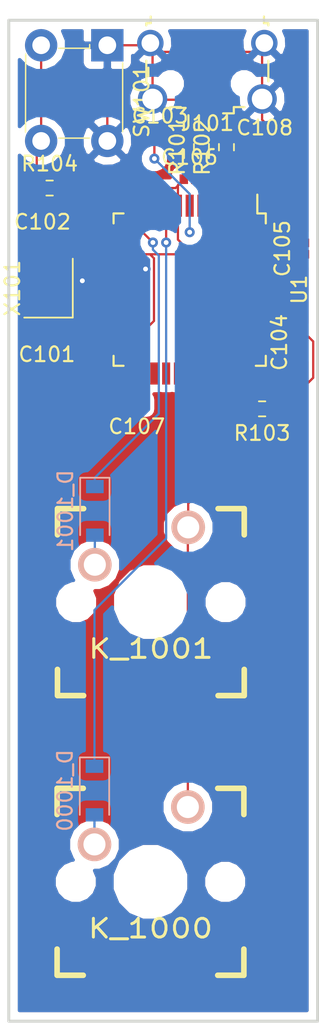
<source format=kicad_pcb>
(kicad_pcb (version 20171130) (host pcbnew "(5.0.0-rc3-dev-2-g101b68b61)")

  (general
    (thickness 1.6)
    (drawings 4)
    (tracks 170)
    (zones 0)
    (modules 20)
    (nets 40)
  )

  (page A3)
  (layers
    (0 F.Cu signal)
    (31 B.Cu signal)
    (32 B.Adhes user)
    (33 F.Adhes user)
    (34 B.Paste user)
    (35 F.Paste user)
    (36 B.SilkS user)
    (37 F.SilkS user)
    (38 B.Mask user)
    (39 F.Mask user)
    (40 Dwgs.User user)
    (41 Cmts.User user)
    (42 Eco1.User user)
    (43 Eco2.User user)
    (44 Edge.Cuts user)
    (45 Margin user)
    (46 B.CrtYd user)
    (47 F.CrtYd user)
    (48 B.Fab user hide)
    (49 F.Fab user hide)
  )

  (setup
    (last_trace_width 0.1524)
    (trace_clearance 0.1524)
    (zone_clearance 0.508)
    (zone_45_only no)
    (trace_min 0.1524)
    (segment_width 0.2)
    (edge_width 0.15)
    (via_size 0.6858)
    (via_drill 0.3302)
    (via_min_size 0.6858)
    (via_min_drill 0.3302)
    (uvia_size 0.6858)
    (uvia_drill 0.3302)
    (uvias_allowed no)
    (uvia_min_size 0.2)
    (uvia_min_drill 0.1)
    (pcb_text_width 0.3)
    (pcb_text_size 1.5 1.5)
    (mod_edge_width 0.15)
    (mod_text_size 1 1)
    (mod_text_width 0.15)
    (pad_size 1.016 1.25)
    (pad_drill 0.55)
    (pad_to_mask_clearance 0.2)
    (aux_axis_origin 0 0)
    (grid_origin 71.75 40)
    (visible_elements FFFFFF7F)
    (pcbplotparams
      (layerselection 0x010f0_ffffffff)
      (usegerberextensions true)
      (usegerberattributes false)
      (usegerberadvancedattributes false)
      (creategerberjobfile false)
      (excludeedgelayer true)
      (linewidth 0.100000)
      (plotframeref false)
      (viasonmask false)
      (mode 1)
      (useauxorigin false)
      (hpglpennumber 1)
      (hpglpenspeed 20)
      (hpglpendiameter 15.000000)
      (psnegative false)
      (psa4output false)
      (plotreference true)
      (plotvalue true)
      (plotinvisibletext false)
      (padsonsilk false)
      (subtractmaskfromsilk false)
      (outputformat 1)
      (mirror false)
      (drillshape 0)
      (scaleselection 1)
      (outputdirectory "gerbers/"))
  )

  (net 0 "")
  (net 1 /row0)
  (net 2 /row1)
  (net 3 /row2)
  (net 4 /row3)
  (net 5 /col1)
  (net 6 /col4)
  (net 7 /col5)
  (net 8 /col6)
  (net 9 /col7)
  (net 10 /col2)
  (net 11 /col3)
  (net 12 /col9)
  (net 13 /col8)
  (net 14 /col10)
  (net 15 /col11)
  (net 16 /row4)
  (net 17 /row5)
  (net 18 /col0)
  (net 19 /col17)
  (net 20 /col16)
  (net 21 /col15)
  (net 22 /col14)
  (net 23 /col13)
  (net 24 /col12)
  (net 25 GND)
  (net 26 VCC)
  (net 27 "Net-(D_1000-Pad2)")
  (net 28 "Net-(D_1001-Pad2)")
  (net 29 "Net-(R104-Pad1)")
  (net 30 "Net-(R103-Pad2)")
  (net 31 "Net-(U1-Pad36)")
  (net 32 /xtal2)
  (net 33 /xtal1)
  (net 34 /D-)
  (net 35 /D+)
  (net 36 /Du-)
  (net 37 /Du+)
  (net 38 /Ucap)
  (net 39 "Net-(J101-Pad4)")

  (net_class Default "This is the default net class."
    (clearance 0.1524)
    (trace_width 0.1524)
    (via_dia 0.6858)
    (via_drill 0.3302)
    (uvia_dia 0.6858)
    (uvia_drill 0.3302)
    (diff_pair_gap 0.1524)
    (diff_pair_width 0.1524)
    (add_net /D+)
    (add_net /D-)
    (add_net /Du+)
    (add_net /Du-)
    (add_net /Ucap)
    (add_net /col0)
    (add_net /col1)
    (add_net /col10)
    (add_net /col11)
    (add_net /col12)
    (add_net /col13)
    (add_net /col14)
    (add_net /col15)
    (add_net /col16)
    (add_net /col17)
    (add_net /col2)
    (add_net /col3)
    (add_net /col4)
    (add_net /col5)
    (add_net /col6)
    (add_net /col7)
    (add_net /col8)
    (add_net /col9)
    (add_net /row0)
    (add_net /row1)
    (add_net /row2)
    (add_net /row3)
    (add_net /row4)
    (add_net /row5)
    (add_net /xtal1)
    (add_net /xtal2)
    (add_net GND)
    (add_net "Net-(D_1000-Pad2)")
    (add_net "Net-(D_1001-Pad2)")
    (add_net "Net-(J101-Pad4)")
    (add_net "Net-(R103-Pad2)")
    (add_net "Net-(R104-Pad1)")
    (add_net "Net-(U1-Pad36)")
    (add_net VCC)
  )

  (module Connectors_USB:USB_Micro-B_Wuerth-629105150521_CircularHoles (layer F.Cu) (tedit 59E3D6DD) (tstamp 5BAFD63B)
    (at 44.25 77.9 180)
    (descr "USB Micro-B receptacle, http://www.mouser.com/ds/2/445/629105150521-469306.pdf")
    (tags "usb micro receptacle")
    (path /5B6855D1)
    (attr smd)
    (fp_text reference J101 (at 0 -3.5 180) (layer F.SilkS)
      (effects (font (size 1 1) (thickness 0.15)))
    )
    (fp_text value USB_A (at 0 5.6 180) (layer F.Fab)
      (effects (font (size 1 1) (thickness 0.15)))
    )
    (fp_text user "PCB Edge" (at 0 3.75 180) (layer Dwgs.User)
      (effects (font (size 0.5 0.5) (thickness 0.08)))
    )
    (fp_text user %R (at 0 1.05 180) (layer F.Fab)
      (effects (font (size 1 1) (thickness 0.15)))
    )
    (fp_line (start 5.28 -3.34) (end -5.27 -3.34) (layer F.CrtYd) (width 0.05))
    (fp_line (start 5.28 4.85) (end 5.28 -3.34) (layer F.CrtYd) (width 0.05))
    (fp_line (start -5.27 4.85) (end 5.28 4.85) (layer F.CrtYd) (width 0.05))
    (fp_line (start -5.27 -3.34) (end -5.27 4.85) (layer F.CrtYd) (width 0.05))
    (fp_line (start 1.8 -2.4) (end 2.525 -2.4) (layer F.SilkS) (width 0.15))
    (fp_line (start -1.8 -2.4) (end -2.525 -2.4) (layer F.SilkS) (width 0.15))
    (fp_line (start -1.8 -2.825) (end -1.8 -2.4) (layer F.SilkS) (width 0.15))
    (fp_line (start -1.075 -2.825) (end -1.8 -2.825) (layer F.SilkS) (width 0.15))
    (fp_line (start 4.15 0.75) (end 4.15 -0.65) (layer F.SilkS) (width 0.15))
    (fp_line (start 4.15 3.3) (end 4.15 3.15) (layer F.SilkS) (width 0.15))
    (fp_line (start 3.85 3.3) (end 4.15 3.3) (layer F.SilkS) (width 0.15))
    (fp_line (start 3.85 3.75) (end 3.85 3.3) (layer F.SilkS) (width 0.15))
    (fp_line (start -3.85 3.3) (end -3.85 3.75) (layer F.SilkS) (width 0.15))
    (fp_line (start -4.15 3.3) (end -3.85 3.3) (layer F.SilkS) (width 0.15))
    (fp_line (start -4.15 3.15) (end -4.15 3.3) (layer F.SilkS) (width 0.15))
    (fp_line (start -4.15 -0.65) (end -4.15 0.75) (layer F.SilkS) (width 0.15))
    (fp_line (start -1.075 -2.95) (end -1.075 -2.725) (layer F.Fab) (width 0.15))
    (fp_line (start -1.525 -2.95) (end -1.075 -2.95) (layer F.Fab) (width 0.15))
    (fp_line (start -1.525 -2.725) (end -1.525 -2.95) (layer F.Fab) (width 0.15))
    (fp_line (start -1.3 -2.55) (end -1.525 -2.725) (layer F.Fab) (width 0.15))
    (fp_line (start -1.075 -2.725) (end -1.3 -2.55) (layer F.Fab) (width 0.15))
    (fp_line (start -2.7 3.75) (end 2.7 3.75) (layer F.Fab) (width 0.15))
    (fp_line (start 4 -2.25) (end -4 -2.25) (layer F.Fab) (width 0.15))
    (fp_line (start 4 3.15) (end 4 -2.25) (layer F.Fab) (width 0.15))
    (fp_line (start 3.7 3.15) (end 4 3.15) (layer F.Fab) (width 0.15))
    (fp_line (start 3.7 4.35) (end 3.7 3.15) (layer F.Fab) (width 0.15))
    (fp_line (start -3.7 4.35) (end 3.7 4.35) (layer F.Fab) (width 0.15))
    (fp_line (start -3.7 3.15) (end -3.7 4.35) (layer F.Fab) (width 0.15))
    (fp_line (start -4 3.15) (end -3.7 3.15) (layer F.Fab) (width 0.15))
    (fp_line (start -4 -2.25) (end -4 3.15) (layer F.Fab) (width 0.15))
    (pad "" np_thru_hole circle (at 2.5 -0.8 180) (size 0.8 0.8) (drill 0.8) (layers *.Cu *.Mask))
    (pad "" np_thru_hole circle (at -2.5 -0.8 180) (size 0.8 0.8) (drill 0.8) (layers *.Cu *.Mask))
    (pad 6 thru_hole circle (at 3.875 1.95 180) (size 1.8 1.8) (drill 1.2) (layers *.Cu *.Mask)
      (net 25 GND))
    (pad 6 thru_hole circle (at -3.875 1.95 180) (size 1.8 1.8) (drill 1.2) (layers *.Cu *.Mask)
      (net 25 GND))
    (pad 6 thru_hole circle (at 3.725 -1.85 180) (size 2 2) (drill 1.4) (layers *.Cu *.Mask)
      (net 25 GND))
    (pad 6 thru_hole circle (at -3.725 -1.85 180) (size 2 2) (drill 1.4) (layers *.Cu *.Mask)
      (net 25 GND))
    (pad 5 smd rect (at 1.3 -1.9 180) (size 0.45 1.3) (layers F.Cu F.Paste F.Mask)
      (net 25 GND))
    (pad 4 smd rect (at 0.65 -1.9 180) (size 0.45 1.3) (layers F.Cu F.Paste F.Mask)
      (net 39 "Net-(J101-Pad4)"))
    (pad 3 smd rect (at 0 -1.9 180) (size 0.45 1.3) (layers F.Cu F.Paste F.Mask)
      (net 37 /Du+))
    (pad 2 smd rect (at -0.65 -1.9 180) (size 0.45 1.3) (layers F.Cu F.Paste F.Mask)
      (net 36 /Du-))
    (pad 1 smd rect (at -1.3 -1.9 180) (size 0.45 1.3) (layers F.Cu F.Paste F.Mask)
      (net 26 VCC))
    (model ${KISYS3DMOD}/Connectors_USB.3dshapes/USB_Micro-B_Wuerth-629105150521_CircularHoles.wrl
      (at (xyz 0 0 0))
      (scale (xyz 1 1 1))
      (rotate (xyz 0 0 0))
    )
  )

  (module Crystals:Crystal_SMD_3225-4pin_3.2x2.5mm (layer F.Cu) (tedit 58CD2E9C) (tstamp 5BAF3E1E)
    (at 33.45 92.6 90)
    (descr "SMD Crystal SERIES SMD3225/4 http://www.txccrystal.com/images/pdf/7m-accuracy.pdf, 3.2x2.5mm^2 package")
    (tags "SMD SMT crystal")
    (path /5B4FFE79)
    (attr smd)
    (fp_text reference X101 (at 0 -2.45 90) (layer F.SilkS)
      (effects (font (size 1 1) (thickness 0.15)))
    )
    (fp_text value Crystal (at 0 2.45 90) (layer F.Fab)
      (effects (font (size 1 1) (thickness 0.15)))
    )
    (fp_line (start 2.1 -1.7) (end -2.1 -1.7) (layer F.CrtYd) (width 0.05))
    (fp_line (start 2.1 1.7) (end 2.1 -1.7) (layer F.CrtYd) (width 0.05))
    (fp_line (start -2.1 1.7) (end 2.1 1.7) (layer F.CrtYd) (width 0.05))
    (fp_line (start -2.1 -1.7) (end -2.1 1.7) (layer F.CrtYd) (width 0.05))
    (fp_line (start -2 1.65) (end 2 1.65) (layer F.SilkS) (width 0.12))
    (fp_line (start -2 -1.65) (end -2 1.65) (layer F.SilkS) (width 0.12))
    (fp_line (start -1.6 0.25) (end -0.6 1.25) (layer F.Fab) (width 0.1))
    (fp_line (start 1.6 -1.25) (end -1.6 -1.25) (layer F.Fab) (width 0.1))
    (fp_line (start 1.6 1.25) (end 1.6 -1.25) (layer F.Fab) (width 0.1))
    (fp_line (start -1.6 1.25) (end 1.6 1.25) (layer F.Fab) (width 0.1))
    (fp_line (start -1.6 -1.25) (end -1.6 1.25) (layer F.Fab) (width 0.1))
    (fp_text user %R (at 0 0 90) (layer F.Fab)
      (effects (font (size 0.7 0.7) (thickness 0.105)))
    )
    (pad 4 smd rect (at -1.1 -0.85 90) (size 1.4 1.2) (layers F.Cu F.Paste F.Mask)
      (net 25 GND))
    (pad 3 smd rect (at 1.1 -0.85 90) (size 1.4 1.2) (layers F.Cu F.Paste F.Mask)
      (net 32 /xtal2))
    (pad 2 smd rect (at 1.1 0.85 90) (size 1.4 1.2) (layers F.Cu F.Paste F.Mask)
      (net 25 GND))
    (pad 1 smd rect (at -1.1 0.85 90) (size 1.4 1.2) (layers F.Cu F.Paste F.Mask)
      (net 33 /xtal1))
    (model ${KISYS3DMOD}/Crystals.3dshapes/Crystal_SMD_3225-4pin_3.2x2.5mm.wrl
      (at (xyz 0 0 0))
      (scale (xyz 1 1 1))
      (rotate (xyz 0 0 0))
    )
  )

  (module digikey-footprints:Switch_Tactile_THT_6x6mm (layer F.Cu) (tedit 5AF34E1F) (tstamp 5BAE3376)
    (at 37.45 76.1 270)
    (descr http://www.te.com/commerce/DocumentDelivery/DDEController?Action=srchrtrv&DocNm=1825910&DocType=Customer+Drawing&DocLang=English)
    (path /5BB36E8A)
    (fp_text reference SW101 (at 3.81 -2.3368 270) (layer F.SilkS)
      (effects (font (size 1 1) (thickness 0.15)))
    )
    (fp_text value SW_Push (at 3.6322 7.0866 270) (layer F.Fab)
      (effects (font (size 1 1) (thickness 0.15)))
    )
    (fp_line (start 0.2032 1.2004) (end -0.0468 1.2004) (layer F.SilkS) (width 0.1))
    (fp_line (start 5.8928 5.5626) (end 0.6 5.5528) (layer F.SilkS) (width 0.1))
    (fp_line (start 6.3092 1.2048) (end 6.3092 3.3) (layer F.SilkS) (width 0.1))
    (fp_line (start 0.2032 1.1938) (end 0.2032 3.302) (layer F.SilkS) (width 0.1))
    (fp_line (start 1.2 -1.0414) (end 5.8674 -1.0414) (layer F.SilkS) (width 0.1))
    (fp_line (start -1.35 -1.35) (end -1.35 5.85) (layer F.CrtYd) (width 0.05))
    (fp_line (start 7.85 -1.35) (end -1.35 -1.35) (layer F.CrtYd) (width 0.05))
    (fp_line (start 7.85 5.85) (end -1.35 5.85) (layer F.CrtYd) (width 0.05))
    (fp_line (start 7.85 -1.35) (end 7.85 5.85) (layer F.CrtYd) (width 0.05))
    (fp_text user %R (at 3.3782 2.286 270) (layer F.Fab)
      (effects (font (size 1 1) (thickness 0.15)))
    )
    (fp_line (start 0.25 -1) (end 0.25 5.5) (layer F.Fab) (width 0.1))
    (fp_line (start 6.25 5.5) (end 0.25 5.5) (layer F.Fab) (width 0.1))
    (fp_line (start 6.25 -1) (end 6.25 5.5) (layer F.Fab) (width 0.1))
    (fp_line (start 0.25 -1) (end 6.25 -1) (layer F.Fab) (width 0.1))
    (pad 1 thru_hole rect (at 0 0 270) (size 2.2 2.2) (drill 1.2) (layers *.Cu *.Mask)
      (net 25 GND))
    (pad 2 thru_hole circle (at 6.5 0 270) (size 2.2 2.2) (drill 1.2) (layers *.Cu *.Mask)
      (net 25 GND))
    (pad 4 thru_hole circle (at 6.5 4.5 270) (size 2.2 2.2) (drill 1.2) (layers *.Cu *.Mask)
      (net 29 "Net-(R104-Pad1)"))
    (pad 3 thru_hole circle (at 0 4.5 270) (size 2.2 2.2) (drill 1.2) (layers *.Cu *.Mask)
      (net 29 "Net-(R104-Pad1)"))
  )

  (module Diodes_SMD:D_SOD-123 (layer B.Cu) (tedit 58645DC7) (tstamp 5BAC2318)
    (at 36.6013 107.73 270)
    (descr SOD-123)
    (tags SOD-123)
    (path /5AA598BA)
    (attr smd)
    (fp_text reference D_1001 (at 0 2 270) (layer B.SilkS)
      (effects (font (size 1 1) (thickness 0.15)) (justify mirror))
    )
    (fp_text value D (at 0 -2.1 270) (layer B.Fab)
      (effects (font (size 1 1) (thickness 0.15)) (justify mirror))
    )
    (fp_text user %R (at 0 2 270) (layer B.Fab)
      (effects (font (size 1 1) (thickness 0.15)) (justify mirror))
    )
    (fp_line (start -2.25 1) (end -2.25 -1) (layer B.SilkS) (width 0.12))
    (fp_line (start 0.25 0) (end 0.75 0) (layer B.Fab) (width 0.1))
    (fp_line (start 0.25 -0.4) (end -0.35 0) (layer B.Fab) (width 0.1))
    (fp_line (start 0.25 0.4) (end 0.25 -0.4) (layer B.Fab) (width 0.1))
    (fp_line (start -0.35 0) (end 0.25 0.4) (layer B.Fab) (width 0.1))
    (fp_line (start -0.35 0) (end -0.35 -0.55) (layer B.Fab) (width 0.1))
    (fp_line (start -0.35 0) (end -0.35 0.55) (layer B.Fab) (width 0.1))
    (fp_line (start -0.75 0) (end -0.35 0) (layer B.Fab) (width 0.1))
    (fp_line (start -1.4 -0.9) (end -1.4 0.9) (layer B.Fab) (width 0.1))
    (fp_line (start 1.4 -0.9) (end -1.4 -0.9) (layer B.Fab) (width 0.1))
    (fp_line (start 1.4 0.9) (end 1.4 -0.9) (layer B.Fab) (width 0.1))
    (fp_line (start -1.4 0.9) (end 1.4 0.9) (layer B.Fab) (width 0.1))
    (fp_line (start -2.35 1.15) (end 2.35 1.15) (layer B.CrtYd) (width 0.05))
    (fp_line (start 2.35 1.15) (end 2.35 -1.15) (layer B.CrtYd) (width 0.05))
    (fp_line (start 2.35 -1.15) (end -2.35 -1.15) (layer B.CrtYd) (width 0.05))
    (fp_line (start -2.35 1.15) (end -2.35 -1.15) (layer B.CrtYd) (width 0.05))
    (fp_line (start -2.25 -1) (end 1.65 -1) (layer B.SilkS) (width 0.12))
    (fp_line (start -2.25 1) (end 1.65 1) (layer B.SilkS) (width 0.12))
    (pad 1 smd rect (at -1.65 0 270) (size 0.9 1.2) (layers B.Cu B.Paste B.Mask)
      (net 2 /row1))
    (pad 2 smd rect (at 1.65 0 270) (size 0.9 1.2) (layers B.Cu B.Paste B.Mask)
      (net 28 "Net-(D_1001-Pad2)"))
    (model ${KISYS3DMOD}/Diodes_SMD.3dshapes/D_SOD-123.wrl
      (at (xyz 0 0 0))
      (scale (xyz 1 1 1))
      (rotate (xyz 0 0 0))
    )
  )

  (module Diodes_SMD:D_SOD-123 (layer B.Cu) (tedit 58645DC7) (tstamp 5BAC2300)
    (at 36.5763 126.73 270)
    (descr SOD-123)
    (tags SOD-123)
    (path /5AA59B12)
    (attr smd)
    (fp_text reference D_1000 (at 0 2 270) (layer B.SilkS)
      (effects (font (size 1 1) (thickness 0.15)) (justify mirror))
    )
    (fp_text value D (at 0 -2.1 270) (layer B.Fab)
      (effects (font (size 1 1) (thickness 0.15)) (justify mirror))
    )
    (fp_line (start -2.25 1) (end 1.65 1) (layer B.SilkS) (width 0.12))
    (fp_line (start -2.25 -1) (end 1.65 -1) (layer B.SilkS) (width 0.12))
    (fp_line (start -2.35 1.15) (end -2.35 -1.15) (layer B.CrtYd) (width 0.05))
    (fp_line (start 2.35 -1.15) (end -2.35 -1.15) (layer B.CrtYd) (width 0.05))
    (fp_line (start 2.35 1.15) (end 2.35 -1.15) (layer B.CrtYd) (width 0.05))
    (fp_line (start -2.35 1.15) (end 2.35 1.15) (layer B.CrtYd) (width 0.05))
    (fp_line (start -1.4 0.9) (end 1.4 0.9) (layer B.Fab) (width 0.1))
    (fp_line (start 1.4 0.9) (end 1.4 -0.9) (layer B.Fab) (width 0.1))
    (fp_line (start 1.4 -0.9) (end -1.4 -0.9) (layer B.Fab) (width 0.1))
    (fp_line (start -1.4 -0.9) (end -1.4 0.9) (layer B.Fab) (width 0.1))
    (fp_line (start -0.75 0) (end -0.35 0) (layer B.Fab) (width 0.1))
    (fp_line (start -0.35 0) (end -0.35 0.55) (layer B.Fab) (width 0.1))
    (fp_line (start -0.35 0) (end -0.35 -0.55) (layer B.Fab) (width 0.1))
    (fp_line (start -0.35 0) (end 0.25 0.4) (layer B.Fab) (width 0.1))
    (fp_line (start 0.25 0.4) (end 0.25 -0.4) (layer B.Fab) (width 0.1))
    (fp_line (start 0.25 -0.4) (end -0.35 0) (layer B.Fab) (width 0.1))
    (fp_line (start 0.25 0) (end 0.75 0) (layer B.Fab) (width 0.1))
    (fp_line (start -2.25 1) (end -2.25 -1) (layer B.SilkS) (width 0.12))
    (fp_text user %R (at 0 2 270) (layer B.Fab)
      (effects (font (size 1 1) (thickness 0.15)) (justify mirror))
    )
    (pad 2 smd rect (at 1.65 0 270) (size 0.9 1.2) (layers B.Cu B.Paste B.Mask)
      (net 27 "Net-(D_1000-Pad2)"))
    (pad 1 smd rect (at -1.65 0 270) (size 0.9 1.2) (layers B.Cu B.Paste B.Mask)
      (net 1 /row0))
    (model ${KISYS3DMOD}/Diodes_SMD.3dshapes/D_SOD-123.wrl
      (at (xyz 0 0 0))
      (scale (xyz 1 1 1))
      (rotate (xyz 0 0 0))
    )
  )

  (module Capacitor_SMD:C_0402_1005Metric (layer F.Cu) (tedit 5A002D62) (tstamp 5B98569B)
    (at 33.0375 89.6)
    (descr "Capacitor SMD 0402 (1005 Metric), square (rectangular) end terminal, IPC_7351 nominal, (Body size source: http://www.tortai-tech.com/upload/download/2011102023233369053.pdf), generated with kicad-footprint-generator")
    (tags capacitor)
    (path /5B5AA610)
    (attr smd)
    (fp_text reference C102 (at 0 -1.5) (layer F.SilkS)
      (effects (font (size 1 1) (thickness 0.15)))
    )
    (fp_text value 22p (at 0 1.5) (layer F.Fab)
      (effects (font (size 1 1) (thickness 0.15)))
    )
    (fp_text user %R (at 0 -0.88) (layer F.Fab)
      (effects (font (size 0.5 0.5) (thickness 0.08)))
    )
    (fp_line (start 0.82 0.48) (end -0.82 0.48) (layer F.CrtYd) (width 0.05))
    (fp_line (start 0.82 -0.48) (end 0.82 0.48) (layer F.CrtYd) (width 0.05))
    (fp_line (start -0.82 -0.48) (end 0.82 -0.48) (layer F.CrtYd) (width 0.05))
    (fp_line (start -0.82 0.48) (end -0.82 -0.48) (layer F.CrtYd) (width 0.05))
    (fp_line (start 0.5 0.25) (end -0.5 0.25) (layer F.Fab) (width 0.1))
    (fp_line (start 0.5 -0.25) (end 0.5 0.25) (layer F.Fab) (width 0.1))
    (fp_line (start -0.5 -0.25) (end 0.5 -0.25) (layer F.Fab) (width 0.1))
    (fp_line (start -0.5 0.25) (end -0.5 -0.25) (layer F.Fab) (width 0.1))
    (pad 2 smd rect (at 0.3875 0) (size 0.575 0.65) (layers F.Cu F.Paste F.Mask)
      (net 25 GND))
    (pad 1 smd rect (at -0.3875 0) (size 0.575 0.65) (layers F.Cu F.Paste F.Mask)
      (net 32 /xtal2))
    (model ${KISYS3DMOD}/Capacitor_SMD.3dshapes/C_0402_1005Metric.wrl
      (at (xyz 0 0 0))
      (scale (xyz 1 1 1))
      (rotate (xyz 0 0 0))
    )
  )

  (module Capacitor_SMD:C_0402_1005Metric (layer F.Cu) (tedit 5A002D62) (tstamp 5B98568D)
    (at 41.0375 82.4)
    (descr "Capacitor SMD 0402 (1005 Metric), square (rectangular) end terminal, IPC_7351 nominal, (Body size source: http://www.tortai-tech.com/upload/download/2011102023233369053.pdf), generated with kicad-footprint-generator")
    (tags capacitor)
    (path /5B860D38)
    (attr smd)
    (fp_text reference C103 (at 0 -1.5) (layer F.SilkS)
      (effects (font (size 1 1) (thickness 0.15)))
    )
    (fp_text value 1u (at 0 1.5) (layer F.Fab)
      (effects (font (size 1 1) (thickness 0.15)))
    )
    (fp_line (start -0.5 0.25) (end -0.5 -0.25) (layer F.Fab) (width 0.1))
    (fp_line (start -0.5 -0.25) (end 0.5 -0.25) (layer F.Fab) (width 0.1))
    (fp_line (start 0.5 -0.25) (end 0.5 0.25) (layer F.Fab) (width 0.1))
    (fp_line (start 0.5 0.25) (end -0.5 0.25) (layer F.Fab) (width 0.1))
    (fp_line (start -0.82 0.48) (end -0.82 -0.48) (layer F.CrtYd) (width 0.05))
    (fp_line (start -0.82 -0.48) (end 0.82 -0.48) (layer F.CrtYd) (width 0.05))
    (fp_line (start 0.82 -0.48) (end 0.82 0.48) (layer F.CrtYd) (width 0.05))
    (fp_line (start 0.82 0.48) (end -0.82 0.48) (layer F.CrtYd) (width 0.05))
    (fp_text user %R (at 0 -0.88) (layer F.Fab)
      (effects (font (size 0.5 0.5) (thickness 0.08)))
    )
    (pad 1 smd rect (at -0.3875 0) (size 0.575 0.65) (layers F.Cu F.Paste F.Mask)
      (net 38 /Ucap))
    (pad 2 smd rect (at 0.3875 0) (size 0.575 0.65) (layers F.Cu F.Paste F.Mask)
      (net 25 GND))
    (model ${KISYS3DMOD}/Capacitor_SMD.3dshapes/C_0402_1005Metric.wrl
      (at (xyz 0 0 0))
      (scale (xyz 1 1 1))
      (rotate (xyz 0 0 0))
    )
  )

  (module Capacitor_SMD:C_0402_1005Metric (layer F.Cu) (tedit 5A002D62) (tstamp 5B98567F)
    (at 50.65 96.2875 90)
    (descr "Capacitor SMD 0402 (1005 Metric), square (rectangular) end terminal, IPC_7351 nominal, (Body size source: http://www.tortai-tech.com/upload/download/2011102023233369053.pdf), generated with kicad-footprint-generator")
    (tags capacitor)
    (path /5B92ED0B)
    (attr smd)
    (fp_text reference C104 (at 0 -1.5 90) (layer F.SilkS)
      (effects (font (size 1 1) (thickness 0.15)))
    )
    (fp_text value 0.1u (at 0 1.5 90) (layer F.Fab)
      (effects (font (size 1 1) (thickness 0.15)))
    )
    (fp_text user %R (at 0 -0.88 90) (layer F.Fab)
      (effects (font (size 0.5 0.5) (thickness 0.08)))
    )
    (fp_line (start 0.82 0.48) (end -0.82 0.48) (layer F.CrtYd) (width 0.05))
    (fp_line (start 0.82 -0.48) (end 0.82 0.48) (layer F.CrtYd) (width 0.05))
    (fp_line (start -0.82 -0.48) (end 0.82 -0.48) (layer F.CrtYd) (width 0.05))
    (fp_line (start -0.82 0.48) (end -0.82 -0.48) (layer F.CrtYd) (width 0.05))
    (fp_line (start 0.5 0.25) (end -0.5 0.25) (layer F.Fab) (width 0.1))
    (fp_line (start 0.5 -0.25) (end 0.5 0.25) (layer F.Fab) (width 0.1))
    (fp_line (start -0.5 -0.25) (end 0.5 -0.25) (layer F.Fab) (width 0.1))
    (fp_line (start -0.5 0.25) (end -0.5 -0.25) (layer F.Fab) (width 0.1))
    (pad 2 smd rect (at 0.3875 0 90) (size 0.575 0.65) (layers F.Cu F.Paste F.Mask)
      (net 25 GND))
    (pad 1 smd rect (at -0.3875 0 90) (size 0.575 0.65) (layers F.Cu F.Paste F.Mask)
      (net 26 VCC))
    (model ${KISYS3DMOD}/Capacitor_SMD.3dshapes/C_0402_1005Metric.wrl
      (at (xyz 0 0 0))
      (scale (xyz 1 1 1))
      (rotate (xyz 0 0 0))
    )
  )

  (module Capacitor_SMD:C_0402_1005Metric (layer F.Cu) (tedit 5A002D62) (tstamp 5B985671)
    (at 50.85 89.9125 90)
    (descr "Capacitor SMD 0402 (1005 Metric), square (rectangular) end terminal, IPC_7351 nominal, (Body size source: http://www.tortai-tech.com/upload/download/2011102023233369053.pdf), generated with kicad-footprint-generator")
    (tags capacitor)
    (path /5B92EF85)
    (attr smd)
    (fp_text reference C105 (at 0 -1.5 90) (layer F.SilkS)
      (effects (font (size 1 1) (thickness 0.15)))
    )
    (fp_text value 0.1u (at 0 1.5 90) (layer F.Fab)
      (effects (font (size 1 1) (thickness 0.15)))
    )
    (fp_line (start -0.5 0.25) (end -0.5 -0.25) (layer F.Fab) (width 0.1))
    (fp_line (start -0.5 -0.25) (end 0.5 -0.25) (layer F.Fab) (width 0.1))
    (fp_line (start 0.5 -0.25) (end 0.5 0.25) (layer F.Fab) (width 0.1))
    (fp_line (start 0.5 0.25) (end -0.5 0.25) (layer F.Fab) (width 0.1))
    (fp_line (start -0.82 0.48) (end -0.82 -0.48) (layer F.CrtYd) (width 0.05))
    (fp_line (start -0.82 -0.48) (end 0.82 -0.48) (layer F.CrtYd) (width 0.05))
    (fp_line (start 0.82 -0.48) (end 0.82 0.48) (layer F.CrtYd) (width 0.05))
    (fp_line (start 0.82 0.48) (end -0.82 0.48) (layer F.CrtYd) (width 0.05))
    (fp_text user %R (at 0 -0.88 90) (layer F.Fab)
      (effects (font (size 0.5 0.5) (thickness 0.08)))
    )
    (pad 1 smd rect (at -0.3875 0 90) (size 0.575 0.65) (layers F.Cu F.Paste F.Mask)
      (net 26 VCC))
    (pad 2 smd rect (at 0.3875 0 90) (size 0.575 0.65) (layers F.Cu F.Paste F.Mask)
      (net 25 GND))
    (model ${KISYS3DMOD}/Capacitor_SMD.3dshapes/C_0402_1005Metric.wrl
      (at (xyz 0 0 0))
      (scale (xyz 1 1 1))
      (rotate (xyz 0 0 0))
    )
  )

  (module Capacitor_SMD:C_0402_1005Metric (layer F.Cu) (tedit 5A002D62) (tstamp 5B985663)
    (at 43.0375 85.2)
    (descr "Capacitor SMD 0402 (1005 Metric), square (rectangular) end terminal, IPC_7351 nominal, (Body size source: http://www.tortai-tech.com/upload/download/2011102023233369053.pdf), generated with kicad-footprint-generator")
    (tags capacitor)
    (path /5B92F1FC)
    (attr smd)
    (fp_text reference C106 (at 0 -1.5) (layer F.SilkS)
      (effects (font (size 1 1) (thickness 0.15)))
    )
    (fp_text value 0.1u (at 0 1.5) (layer F.Fab)
      (effects (font (size 1 1) (thickness 0.15)))
    )
    (fp_text user %R (at 0 -0.88) (layer F.Fab)
      (effects (font (size 0.5 0.5) (thickness 0.08)))
    )
    (fp_line (start 0.82 0.48) (end -0.82 0.48) (layer F.CrtYd) (width 0.05))
    (fp_line (start 0.82 -0.48) (end 0.82 0.48) (layer F.CrtYd) (width 0.05))
    (fp_line (start -0.82 -0.48) (end 0.82 -0.48) (layer F.CrtYd) (width 0.05))
    (fp_line (start -0.82 0.48) (end -0.82 -0.48) (layer F.CrtYd) (width 0.05))
    (fp_line (start 0.5 0.25) (end -0.5 0.25) (layer F.Fab) (width 0.1))
    (fp_line (start 0.5 -0.25) (end 0.5 0.25) (layer F.Fab) (width 0.1))
    (fp_line (start -0.5 -0.25) (end 0.5 -0.25) (layer F.Fab) (width 0.1))
    (fp_line (start -0.5 0.25) (end -0.5 -0.25) (layer F.Fab) (width 0.1))
    (pad 2 smd rect (at 0.3875 0) (size 0.575 0.65) (layers F.Cu F.Paste F.Mask)
      (net 25 GND))
    (pad 1 smd rect (at -0.3875 0) (size 0.575 0.65) (layers F.Cu F.Paste F.Mask)
      (net 26 VCC))
    (model ${KISYS3DMOD}/Capacitor_SMD.3dshapes/C_0402_1005Metric.wrl
      (at (xyz 0 0 0))
      (scale (xyz 1 1 1))
      (rotate (xyz 0 0 0))
    )
  )

  (module Capacitor_SMD:C_0402_1005Metric (layer F.Cu) (tedit 5A002D62) (tstamp 5B985655)
    (at 39.45 100.5 180)
    (descr "Capacitor SMD 0402 (1005 Metric), square (rectangular) end terminal, IPC_7351 nominal, (Body size source: http://www.tortai-tech.com/upload/download/2011102023233369053.pdf), generated with kicad-footprint-generator")
    (tags capacitor)
    (path /5B92F482)
    (attr smd)
    (fp_text reference C107 (at 0 -1.5 180) (layer F.SilkS)
      (effects (font (size 1 1) (thickness 0.15)))
    )
    (fp_text value 0.1u (at 0 1.5 180) (layer F.Fab)
      (effects (font (size 1 1) (thickness 0.15)))
    )
    (fp_line (start -0.5 0.25) (end -0.5 -0.25) (layer F.Fab) (width 0.1))
    (fp_line (start -0.5 -0.25) (end 0.5 -0.25) (layer F.Fab) (width 0.1))
    (fp_line (start 0.5 -0.25) (end 0.5 0.25) (layer F.Fab) (width 0.1))
    (fp_line (start 0.5 0.25) (end -0.5 0.25) (layer F.Fab) (width 0.1))
    (fp_line (start -0.82 0.48) (end -0.82 -0.48) (layer F.CrtYd) (width 0.05))
    (fp_line (start -0.82 -0.48) (end 0.82 -0.48) (layer F.CrtYd) (width 0.05))
    (fp_line (start 0.82 -0.48) (end 0.82 0.48) (layer F.CrtYd) (width 0.05))
    (fp_line (start 0.82 0.48) (end -0.82 0.48) (layer F.CrtYd) (width 0.05))
    (fp_text user %R (at 0 -0.88 180) (layer F.Fab)
      (effects (font (size 0.5 0.5) (thickness 0.08)))
    )
    (pad 1 smd rect (at -0.3875 0 180) (size 0.575 0.65) (layers F.Cu F.Paste F.Mask)
      (net 26 VCC))
    (pad 2 smd rect (at 0.3875 0 180) (size 0.575 0.65) (layers F.Cu F.Paste F.Mask)
      (net 25 GND))
    (model ${KISYS3DMOD}/Capacitor_SMD.3dshapes/C_0402_1005Metric.wrl
      (at (xyz 0 0 0))
      (scale (xyz 1 1 1))
      (rotate (xyz 0 0 0))
    )
  )

  (module Capacitor_SMD:C_0402_1005Metric (layer F.Cu) (tedit 5A002D62) (tstamp 5B985647)
    (at 48.15 83.2)
    (descr "Capacitor SMD 0402 (1005 Metric), square (rectangular) end terminal, IPC_7351 nominal, (Body size source: http://www.tortai-tech.com/upload/download/2011102023233369053.pdf), generated with kicad-footprint-generator")
    (tags capacitor)
    (path /5B92F70F)
    (attr smd)
    (fp_text reference C108 (at 0 -1.5) (layer F.SilkS)
      (effects (font (size 1 1) (thickness 0.15)))
    )
    (fp_text value 4.7u (at 0 1.5) (layer F.Fab)
      (effects (font (size 1 1) (thickness 0.15)))
    )
    (fp_text user %R (at 0 -0.88) (layer F.Fab)
      (effects (font (size 0.5 0.5) (thickness 0.08)))
    )
    (fp_line (start 0.82 0.48) (end -0.82 0.48) (layer F.CrtYd) (width 0.05))
    (fp_line (start 0.82 -0.48) (end 0.82 0.48) (layer F.CrtYd) (width 0.05))
    (fp_line (start -0.82 -0.48) (end 0.82 -0.48) (layer F.CrtYd) (width 0.05))
    (fp_line (start -0.82 0.48) (end -0.82 -0.48) (layer F.CrtYd) (width 0.05))
    (fp_line (start 0.5 0.25) (end -0.5 0.25) (layer F.Fab) (width 0.1))
    (fp_line (start 0.5 -0.25) (end 0.5 0.25) (layer F.Fab) (width 0.1))
    (fp_line (start -0.5 -0.25) (end 0.5 -0.25) (layer F.Fab) (width 0.1))
    (fp_line (start -0.5 0.25) (end -0.5 -0.25) (layer F.Fab) (width 0.1))
    (pad 2 smd rect (at 0.3875 0) (size 0.575 0.65) (layers F.Cu F.Paste F.Mask)
      (net 25 GND))
    (pad 1 smd rect (at -0.3875 0) (size 0.575 0.65) (layers F.Cu F.Paste F.Mask)
      (net 26 VCC))
    (model ${KISYS3DMOD}/Capacitor_SMD.3dshapes/C_0402_1005Metric.wrl
      (at (xyz 0 0 0))
      (scale (xyz 1 1 1))
      (rotate (xyz 0 0 0))
    )
  )

  (module Capacitor_SMD:C_0402_1005Metric (layer F.Cu) (tedit 5A002D62) (tstamp 5B985639)
    (at 33.3375 95.6 180)
    (descr "Capacitor SMD 0402 (1005 Metric), square (rectangular) end terminal, IPC_7351 nominal, (Body size source: http://www.tortai-tech.com/upload/download/2011102023233369053.pdf), generated with kicad-footprint-generator")
    (tags capacitor)
    (path /5B5AA89D)
    (attr smd)
    (fp_text reference C101 (at 0 -1.5 180) (layer F.SilkS)
      (effects (font (size 1 1) (thickness 0.15)))
    )
    (fp_text value 22p (at 0 1.5 180) (layer F.Fab)
      (effects (font (size 1 1) (thickness 0.15)))
    )
    (fp_line (start -0.5 0.25) (end -0.5 -0.25) (layer F.Fab) (width 0.1))
    (fp_line (start -0.5 -0.25) (end 0.5 -0.25) (layer F.Fab) (width 0.1))
    (fp_line (start 0.5 -0.25) (end 0.5 0.25) (layer F.Fab) (width 0.1))
    (fp_line (start 0.5 0.25) (end -0.5 0.25) (layer F.Fab) (width 0.1))
    (fp_line (start -0.82 0.48) (end -0.82 -0.48) (layer F.CrtYd) (width 0.05))
    (fp_line (start -0.82 -0.48) (end 0.82 -0.48) (layer F.CrtYd) (width 0.05))
    (fp_line (start 0.82 -0.48) (end 0.82 0.48) (layer F.CrtYd) (width 0.05))
    (fp_line (start 0.82 0.48) (end -0.82 0.48) (layer F.CrtYd) (width 0.05))
    (fp_text user %R (at 0 -0.88 180) (layer F.Fab)
      (effects (font (size 0.5 0.5) (thickness 0.08)))
    )
    (pad 1 smd rect (at -0.3875 0 180) (size 0.575 0.65) (layers F.Cu F.Paste F.Mask)
      (net 33 /xtal1))
    (pad 2 smd rect (at 0.3875 0 180) (size 0.575 0.65) (layers F.Cu F.Paste F.Mask)
      (net 25 GND))
    (model ${KISYS3DMOD}/Capacitor_SMD.3dshapes/C_0402_1005Metric.wrl
      (at (xyz 0 0 0))
      (scale (xyz 1 1 1))
      (rotate (xyz 0 0 0))
    )
  )

  (module Resistor_SMD:R_0603_1608Metric (layer F.Cu) (tedit 59FE48B8) (tstamp 5B84858F)
    (at 33.525 85.8)
    (descr "Resistor SMD 0603 (1608 Metric), square (rectangular) end terminal, IPC_7351 nominal, (Body size source: http://www.tortai-tech.com/upload/download/2011102023233369053.pdf), generated with kicad-footprint-generator")
    (tags resistor)
    (path /5BB3732A)
    (attr smd)
    (fp_text reference R104 (at 0 -1.65) (layer F.SilkS)
      (effects (font (size 1 1) (thickness 0.15)))
    )
    (fp_text value 10k (at 0 1.65) (layer F.Fab)
      (effects (font (size 1 1) (thickness 0.15)))
    )
    (fp_text user %R (at 0 0) (layer F.Fab)
      (effects (font (size 0.5 0.5) (thickness 0.08)))
    )
    (fp_line (start 1.46 0.75) (end -1.46 0.75) (layer F.CrtYd) (width 0.05))
    (fp_line (start 1.46 -0.75) (end 1.46 0.75) (layer F.CrtYd) (width 0.05))
    (fp_line (start -1.46 -0.75) (end 1.46 -0.75) (layer F.CrtYd) (width 0.05))
    (fp_line (start -1.46 0.75) (end -1.46 -0.75) (layer F.CrtYd) (width 0.05))
    (fp_line (start -0.22 0.51) (end 0.22 0.51) (layer F.SilkS) (width 0.12))
    (fp_line (start -0.22 -0.51) (end 0.22 -0.51) (layer F.SilkS) (width 0.12))
    (fp_line (start 0.8 0.4) (end -0.8 0.4) (layer F.Fab) (width 0.1))
    (fp_line (start 0.8 -0.4) (end 0.8 0.4) (layer F.Fab) (width 0.1))
    (fp_line (start -0.8 -0.4) (end 0.8 -0.4) (layer F.Fab) (width 0.1))
    (fp_line (start -0.8 0.4) (end -0.8 -0.4) (layer F.Fab) (width 0.1))
    (pad 2 smd rect (at 0.875 0) (size 0.67 1) (layers F.Cu F.Paste F.Mask)
      (net 26 VCC))
    (pad 1 smd rect (at -0.875 0) (size 0.67 1) (layers F.Cu F.Paste F.Mask)
      (net 29 "Net-(R104-Pad1)"))
    (model ${KISYS3DMOD}/Resistor_SMD.3dshapes/R_0603_1608Metric.wrl
      (at (xyz 0 0 0))
      (scale (xyz 1 1 1))
      (rotate (xyz 0 0 0))
    )
  )

  (module Resistor_SMD:R_0603_1608Metric (layer F.Cu) (tedit 59FE48B8) (tstamp 5BAE3DD4)
    (at 43.85 83.025 90)
    (descr "Resistor SMD 0603 (1608 Metric), square (rectangular) end terminal, IPC_7351 nominal, (Body size source: http://www.tortai-tech.com/upload/download/2011102023233369053.pdf), generated with kicad-footprint-generator")
    (tags resistor)
    (path /5B7710FD)
    (attr smd)
    (fp_text reference R101 (at 0 -1.65 90) (layer F.SilkS)
      (effects (font (size 1 1) (thickness 0.15)))
    )
    (fp_text value 22 (at 0 1.65 90) (layer F.Fab)
      (effects (font (size 1 1) (thickness 0.15)))
    )
    (fp_line (start -0.8 0.4) (end -0.8 -0.4) (layer F.Fab) (width 0.1))
    (fp_line (start -0.8 -0.4) (end 0.8 -0.4) (layer F.Fab) (width 0.1))
    (fp_line (start 0.8 -0.4) (end 0.8 0.4) (layer F.Fab) (width 0.1))
    (fp_line (start 0.8 0.4) (end -0.8 0.4) (layer F.Fab) (width 0.1))
    (fp_line (start -0.22 -0.51) (end 0.22 -0.51) (layer F.SilkS) (width 0.12))
    (fp_line (start -0.22 0.51) (end 0.22 0.51) (layer F.SilkS) (width 0.12))
    (fp_line (start -1.46 0.75) (end -1.46 -0.75) (layer F.CrtYd) (width 0.05))
    (fp_line (start -1.46 -0.75) (end 1.46 -0.75) (layer F.CrtYd) (width 0.05))
    (fp_line (start 1.46 -0.75) (end 1.46 0.75) (layer F.CrtYd) (width 0.05))
    (fp_line (start 1.46 0.75) (end -1.46 0.75) (layer F.CrtYd) (width 0.05))
    (fp_text user %R (at 0 0 90) (layer F.Fab)
      (effects (font (size 0.5 0.5) (thickness 0.08)))
    )
    (pad 1 smd rect (at -0.875 0 90) (size 0.67 1) (layers F.Cu F.Paste F.Mask)
      (net 35 /D+))
    (pad 2 smd rect (at 0.875 0 90) (size 0.67 1) (layers F.Cu F.Paste F.Mask)
      (net 37 /Du+))
    (model ${KISYS3DMOD}/Resistor_SMD.3dshapes/R_0603_1608Metric.wrl
      (at (xyz 0 0 0))
      (scale (xyz 1 1 1))
      (rotate (xyz 0 0 0))
    )
  )

  (module Resistor_SMD:R_0603_1608Metric (layer F.Cu) (tedit 59FE48B8) (tstamp 5BAE3E7C)
    (at 45.55 83.025 90)
    (descr "Resistor SMD 0603 (1608 Metric), square (rectangular) end terminal, IPC_7351 nominal, (Body size source: http://www.tortai-tech.com/upload/download/2011102023233369053.pdf), generated with kicad-footprint-generator")
    (tags resistor)
    (path /5B771434)
    (attr smd)
    (fp_text reference R102 (at 0 -1.65 90) (layer F.SilkS)
      (effects (font (size 1 1) (thickness 0.15)))
    )
    (fp_text value 22 (at 0 1.65 90) (layer F.Fab)
      (effects (font (size 1 1) (thickness 0.15)))
    )
    (fp_text user %R (at 0 0 90) (layer F.Fab)
      (effects (font (size 0.5 0.5) (thickness 0.08)))
    )
    (fp_line (start 1.46 0.75) (end -1.46 0.75) (layer F.CrtYd) (width 0.05))
    (fp_line (start 1.46 -0.75) (end 1.46 0.75) (layer F.CrtYd) (width 0.05))
    (fp_line (start -1.46 -0.75) (end 1.46 -0.75) (layer F.CrtYd) (width 0.05))
    (fp_line (start -1.46 0.75) (end -1.46 -0.75) (layer F.CrtYd) (width 0.05))
    (fp_line (start -0.22 0.51) (end 0.22 0.51) (layer F.SilkS) (width 0.12))
    (fp_line (start -0.22 -0.51) (end 0.22 -0.51) (layer F.SilkS) (width 0.12))
    (fp_line (start 0.8 0.4) (end -0.8 0.4) (layer F.Fab) (width 0.1))
    (fp_line (start 0.8 -0.4) (end 0.8 0.4) (layer F.Fab) (width 0.1))
    (fp_line (start -0.8 -0.4) (end 0.8 -0.4) (layer F.Fab) (width 0.1))
    (fp_line (start -0.8 0.4) (end -0.8 -0.4) (layer F.Fab) (width 0.1))
    (pad 2 smd rect (at 0.875 0 90) (size 0.67 1) (layers F.Cu F.Paste F.Mask)
      (net 36 /Du-))
    (pad 1 smd rect (at -0.875 0 90) (size 0.67 1) (layers F.Cu F.Paste F.Mask)
      (net 34 /D-))
    (model ${KISYS3DMOD}/Resistor_SMD.3dshapes/R_0603_1608Metric.wrl
      (at (xyz 0 0 0))
      (scale (xyz 1 1 1))
      (rotate (xyz 0 0 0))
    )
  )

  (module Resistor_SMD:R_0603_1608Metric (layer F.Cu) (tedit 59FE48B8) (tstamp 5BAE485F)
    (at 47.975 100.8 180)
    (descr "Resistor SMD 0603 (1608 Metric), square (rectangular) end terminal, IPC_7351 nominal, (Body size source: http://www.tortai-tech.com/upload/download/2011102023233369053.pdf), generated with kicad-footprint-generator")
    (tags resistor)
    (path /5B92CAB7)
    (attr smd)
    (fp_text reference R103 (at 0 -1.65 180) (layer F.SilkS)
      (effects (font (size 1 1) (thickness 0.15)))
    )
    (fp_text value 10k (at 0 1.65 180) (layer F.Fab)
      (effects (font (size 1 1) (thickness 0.15)))
    )
    (fp_line (start -0.8 0.4) (end -0.8 -0.4) (layer F.Fab) (width 0.1))
    (fp_line (start -0.8 -0.4) (end 0.8 -0.4) (layer F.Fab) (width 0.1))
    (fp_line (start 0.8 -0.4) (end 0.8 0.4) (layer F.Fab) (width 0.1))
    (fp_line (start 0.8 0.4) (end -0.8 0.4) (layer F.Fab) (width 0.1))
    (fp_line (start -0.22 -0.51) (end 0.22 -0.51) (layer F.SilkS) (width 0.12))
    (fp_line (start -0.22 0.51) (end 0.22 0.51) (layer F.SilkS) (width 0.12))
    (fp_line (start -1.46 0.75) (end -1.46 -0.75) (layer F.CrtYd) (width 0.05))
    (fp_line (start -1.46 -0.75) (end 1.46 -0.75) (layer F.CrtYd) (width 0.05))
    (fp_line (start 1.46 -0.75) (end 1.46 0.75) (layer F.CrtYd) (width 0.05))
    (fp_line (start 1.46 0.75) (end -1.46 0.75) (layer F.CrtYd) (width 0.05))
    (fp_text user %R (at 0 0 180) (layer F.Fab)
      (effects (font (size 0.5 0.5) (thickness 0.08)))
    )
    (pad 1 smd rect (at -0.875 0 180) (size 0.67 1) (layers F.Cu F.Paste F.Mask)
      (net 25 GND))
    (pad 2 smd rect (at 0.875 0 180) (size 0.67 1) (layers F.Cu F.Paste F.Mask)
      (net 30 "Net-(R103-Pad2)"))
    (model ${KISYS3DMOD}/Resistor_SMD.3dshapes/R_0603_1608Metric.wrl
      (at (xyz 0 0 0))
      (scale (xyz 1 1 1))
      (rotate (xyz 0 0 0))
    )
  )

  (module Package_QFP:TQFP-44_10x10mm_P0.8mm (layer F.Cu) (tedit 5B479293) (tstamp 5B453F9D)
    (at 43.05 92.7 270)
    (descr "44-Lead Plastic Thin Quad Flatpack (PT) - 10x10x1.0 mm Body [TQFP] (see Microchip Packaging Specification 00000049BS.pdf)")
    (tags "QFP 0.8")
    (path /5B4FB57A)
    (attr smd)
    (fp_text reference U1 (at 0 -7.45 270) (layer F.SilkS)
      (effects (font (size 1 1) (thickness 0.15)))
    )
    (fp_text value ATMEGA32U4-AU (at 0 7.45 270) (layer F.Fab)
      (effects (font (size 1 1) (thickness 0.15)))
    )
    (fp_text user %R (at 0 0 270) (layer F.Fab)
      (effects (font (size 1 1) (thickness 0.15)))
    )
    (fp_line (start -4 -5) (end 5 -5) (layer F.Fab) (width 0.15))
    (fp_line (start 5 -5) (end 5 5) (layer F.Fab) (width 0.15))
    (fp_line (start 5 5) (end -5 5) (layer F.Fab) (width 0.15))
    (fp_line (start -5 5) (end -5 -4) (layer F.Fab) (width 0.15))
    (fp_line (start -5 -4) (end -4 -5) (layer F.Fab) (width 0.15))
    (fp_line (start -6.7 -6.7) (end -6.7 6.7) (layer F.CrtYd) (width 0.05))
    (fp_line (start 6.7 -6.7) (end 6.7 6.7) (layer F.CrtYd) (width 0.05))
    (fp_line (start -6.7 -6.7) (end 6.7 -6.7) (layer F.CrtYd) (width 0.05))
    (fp_line (start -6.7 6.7) (end 6.7 6.7) (layer F.CrtYd) (width 0.05))
    (fp_line (start -5.175 -5.175) (end -5.175 -4.6) (layer F.SilkS) (width 0.15))
    (fp_line (start 5.175 -5.175) (end 5.175 -4.5) (layer F.SilkS) (width 0.15))
    (fp_line (start 5.175 5.175) (end 5.175 4.5) (layer F.SilkS) (width 0.15))
    (fp_line (start -5.175 5.175) (end -5.175 4.5) (layer F.SilkS) (width 0.15))
    (fp_line (start -5.175 -5.175) (end -4.5 -5.175) (layer F.SilkS) (width 0.15))
    (fp_line (start -5.175 5.175) (end -4.5 5.175) (layer F.SilkS) (width 0.15))
    (fp_line (start 5.175 5.175) (end 4.5 5.175) (layer F.SilkS) (width 0.15))
    (fp_line (start 5.175 -5.175) (end 4.5 -5.175) (layer F.SilkS) (width 0.15))
    (fp_line (start -5.175 -4.6) (end -6.45 -4.6) (layer F.SilkS) (width 0.15))
    (pad 1 smd rect (at -5.7 -4 270) (size 1.5 0.55) (layers F.Cu F.Paste F.Mask)
      (net 11 /col3))
    (pad 2 smd rect (at -5.7 -3.2 270) (size 1.5 0.55) (layers F.Cu F.Paste F.Mask)
      (net 26 VCC))
    (pad 3 smd rect (at -5.7 -2.4 270) (size 1.5 0.55) (layers F.Cu F.Paste F.Mask)
      (net 34 /D-))
    (pad 4 smd rect (at -5.7 -1.6 270) (size 1.5 0.55) (layers F.Cu F.Paste F.Mask)
      (net 35 /D+))
    (pad 5 smd rect (at -5.7 -0.8 270) (size 1.5 0.55) (layers F.Cu F.Paste F.Mask)
      (net 25 GND))
    (pad 6 smd rect (at -5.7 0 270) (size 1.5 0.55) (layers F.Cu F.Paste F.Mask)
      (net 38 /Ucap))
    (pad 7 smd rect (at -5.7 0.8 270) (size 1.5 0.55) (layers F.Cu F.Paste F.Mask)
      (net 26 VCC))
    (pad 8 smd rect (at -5.7 1.6 270) (size 1.5 0.55) (layers F.Cu F.Paste F.Mask)
      (net 1 /row0))
    (pad 9 smd rect (at -5.7 2.4 270) (size 1.5 0.55) (layers F.Cu F.Paste F.Mask)
      (net 21 /col15))
    (pad 10 smd rect (at -5.7 3.2 270) (size 1.5 0.55) (layers F.Cu F.Paste F.Mask)
      (net 20 /col16))
    (pad 11 smd rect (at -5.7 4 270) (size 1.5 0.55) (layers F.Cu F.Paste F.Mask)
      (net 19 /col17))
    (pad 12 smd rect (at -4 5.7) (size 1.5 0.55) (layers F.Cu F.Paste F.Mask)
      (net 2 /row1))
    (pad 13 smd rect (at -3.2 5.7) (size 1.5 0.55) (layers F.Cu F.Paste F.Mask)
      (net 29 "Net-(R104-Pad1)"))
    (pad 14 smd rect (at -2.4 5.7) (size 1.5 0.55) (layers F.Cu F.Paste F.Mask)
      (net 26 VCC))
    (pad 15 smd rect (at -1.6 5.7) (size 1.5 0.55) (layers F.Cu F.Paste F.Mask)
      (net 25 GND))
    (pad 16 smd rect (at -0.8 5.7) (size 1.5 0.55) (layers F.Cu F.Paste F.Mask)
      (net 32 /xtal2))
    (pad 17 smd rect (at 0 5.7) (size 1.5 0.55) (layers F.Cu F.Paste F.Mask)
      (net 33 /xtal1))
    (pad 18 smd rect (at 0.8 5.7) (size 1.5 0.55) (layers F.Cu F.Paste F.Mask)
      (net 3 /row2))
    (pad 19 smd rect (at 1.6 5.7) (size 1.5 0.55) (layers F.Cu F.Paste F.Mask)
      (net 4 /row3))
    (pad 20 smd rect (at 2.4 5.7) (size 1.5 0.55) (layers F.Cu F.Paste F.Mask)
      (net 10 /col2))
    (pad 21 smd rect (at 3.2 5.7) (size 1.5 0.55) (layers F.Cu F.Paste F.Mask)
      (net 5 /col1))
    (pad 22 smd rect (at 4 5.7) (size 1.5 0.55) (layers F.Cu F.Paste F.Mask)
      (net 22 /col14))
    (pad 23 smd rect (at 5.7 4 270) (size 1.5 0.55) (layers F.Cu F.Paste F.Mask)
      (net 25 GND))
    (pad 24 smd rect (at 5.7 3.2 270) (size 1.5 0.55) (layers F.Cu F.Paste F.Mask)
      (net 26 VCC))
    (pad 25 smd rect (at 5.7 2.4 270) (size 1.5 0.55) (layers F.Cu F.Paste F.Mask)
      (net 23 /col13))
    (pad 26 smd rect (at 5.7 1.6 270) (size 1.5 0.55) (layers F.Cu F.Paste F.Mask)
      (net 24 /col12))
    (pad 27 smd rect (at 5.7 0.8 270) (size 1.5 0.55) (layers F.Cu F.Paste F.Mask)
      (net 15 /col11))
    (pad 28 smd rect (at 5.7 0 270) (size 1.5 0.55) (layers F.Cu F.Paste F.Mask)
      (net 14 /col10))
    (pad 29 smd rect (at 5.7 -0.8 270) (size 1.5 0.55) (layers F.Cu F.Paste F.Mask)
      (net 12 /col9))
    (pad 30 smd rect (at 5.7 -1.6 270) (size 1.5 0.55) (layers F.Cu F.Paste F.Mask)
      (net 13 /col8))
    (pad 31 smd rect (at 5.7 -2.4 270) (size 1.5 0.55) (layers F.Cu F.Paste F.Mask)
      (net 18 /col0))
    (pad 32 smd rect (at 5.7 -3.2 270) (size 1.5 0.55) (layers F.Cu F.Paste F.Mask)
      (net 16 /row4))
    (pad 33 smd rect (at 5.7 -4 270) (size 1.5 0.55) (layers F.Cu F.Paste F.Mask)
      (net 30 "Net-(R103-Pad2)"))
    (pad 34 smd rect (at 4 -5.7) (size 1.5 0.55) (layers F.Cu F.Paste F.Mask)
      (net 26 VCC))
    (pad 35 smd rect (at 3.2 -5.7) (size 1.5 0.55) (layers F.Cu F.Paste F.Mask)
      (net 25 GND))
    (pad 36 smd rect (at 2.4 -5.7) (size 1.5 0.55) (layers F.Cu F.Paste F.Mask)
      (net 31 "Net-(U1-Pad36)"))
    (pad 37 smd rect (at 1.6 -5.7) (size 1.5 0.55) (layers F.Cu F.Paste F.Mask)
      (net 17 /row5))
    (pad 38 smd rect (at 0.8 -5.7) (size 1.5 0.55) (layers F.Cu F.Paste F.Mask)
      (net 9 /col7))
    (pad 39 smd rect (at 0 -5.7) (size 1.5 0.55) (layers F.Cu F.Paste F.Mask)
      (net 8 /col6))
    (pad 40 smd rect (at -0.8 -5.7) (size 1.5 0.55) (layers F.Cu F.Paste F.Mask)
      (net 7 /col5))
    (pad 41 smd rect (at -1.6 -5.7) (size 1.5 0.55) (layers F.Cu F.Paste F.Mask)
      (net 6 /col4))
    (pad 42 smd rect (at -2.4 -5.7) (size 1.5 0.55) (layers F.Cu F.Paste F.Mask)
      (net 26 VCC))
    (pad 43 smd rect (at -3.2 -5.7) (size 1.5 0.55) (layers F.Cu F.Paste F.Mask)
      (net 25 GND))
    (pad 44 smd rect (at -4 -5.7) (size 1.5 0.55) (layers F.Cu F.Paste F.Mask)
      (net 26 VCC))
    (model ${KISYS3DMOD}/Package_QFP.3dshapes/TQFP-44_10x10mm_P0.8mm.wrl
      (at (xyz 0 0 0))
      (scale (xyz 1 1 1))
      (rotate (xyz 0 0 0))
    )
  )

  (module Keyboard:CHERRY_PCB_100H (layer F.Cu) (tedit 549A0505) (tstamp 5AAAE435)
    (at 40.385 132.93)
    (path /5AA59B0B)
    (fp_text reference K_1000 (at 0 3.175) (layer F.SilkS)
      (effects (font (size 1.27 1.524) (thickness 0.2032)))
    )
    (fp_text value KEYSW (at 0 5.08) (layer F.SilkS) hide
      (effects (font (size 1.27 1.524) (thickness 0.2032)))
    )
    (fp_text user 1.00u (at -5.715 8.255) (layer Dwgs.User)
      (effects (font (size 1.524 1.524) (thickness 0.3048)))
    )
    (fp_line (start -6.35 -6.35) (end 6.35 -6.35) (layer Cmts.User) (width 0.1524))
    (fp_line (start 6.35 -6.35) (end 6.35 6.35) (layer Cmts.User) (width 0.1524))
    (fp_line (start 6.35 6.35) (end -6.35 6.35) (layer Cmts.User) (width 0.1524))
    (fp_line (start -6.35 6.35) (end -6.35 -6.35) (layer Cmts.User) (width 0.1524))
    (fp_line (start -9.398 -9.398) (end 9.398 -9.398) (layer Dwgs.User) (width 0.1524))
    (fp_line (start 9.398 -9.398) (end 9.398 9.398) (layer Dwgs.User) (width 0.1524))
    (fp_line (start 9.398 9.398) (end -9.398 9.398) (layer Dwgs.User) (width 0.1524))
    (fp_line (start -9.398 9.398) (end -9.398 -9.398) (layer Dwgs.User) (width 0.1524))
    (fp_line (start -6.35 -6.35) (end -4.572 -6.35) (layer F.SilkS) (width 0.381))
    (fp_line (start 4.572 -6.35) (end 6.35 -6.35) (layer F.SilkS) (width 0.381))
    (fp_line (start 6.35 -6.35) (end 6.35 -4.572) (layer F.SilkS) (width 0.381))
    (fp_line (start 6.35 4.572) (end 6.35 6.35) (layer F.SilkS) (width 0.381))
    (fp_line (start 6.35 6.35) (end 4.572 6.35) (layer F.SilkS) (width 0.381))
    (fp_line (start -4.572 6.35) (end -6.35 6.35) (layer F.SilkS) (width 0.381))
    (fp_line (start -6.35 6.35) (end -6.35 4.572) (layer F.SilkS) (width 0.381))
    (fp_line (start -6.35 -4.572) (end -6.35 -6.35) (layer F.SilkS) (width 0.381))
    (fp_line (start -6.985 -6.985) (end 6.985 -6.985) (layer Eco2.User) (width 0.1524))
    (fp_line (start 6.985 -6.985) (end 6.985 6.985) (layer Eco2.User) (width 0.1524))
    (fp_line (start 6.985 6.985) (end -6.985 6.985) (layer Eco2.User) (width 0.1524))
    (fp_line (start -6.985 6.985) (end -6.985 -6.985) (layer Eco2.User) (width 0.1524))
    (pad 1 thru_hole circle (at 2.54 -5.08) (size 2.286 2.286) (drill 1.4986) (layers *.Cu *.SilkS *.Mask)
      (net 18 /col0))
    (pad 2 thru_hole circle (at -3.81 -2.54) (size 2.286 2.286) (drill 1.4986) (layers *.Cu *.SilkS *.Mask)
      (net 27 "Net-(D_1000-Pad2)"))
    (pad HOLE np_thru_hole circle (at 0 0) (size 3.9878 3.9878) (drill 3.9878) (layers *.Cu))
    (pad HOLE np_thru_hole circle (at -5.08 0) (size 1.7018 1.7018) (drill 1.7018) (layers *.Cu))
    (pad HOLE np_thru_hole circle (at 5.08 0) (size 1.7018 1.7018) (drill 1.7018) (layers *.Cu))
  )

  (module Keyboard:CHERRY_PCB_100H (layer F.Cu) (tedit 549A0505) (tstamp 5AAAE48C)
    (at 40.41 113.93)
    (path /5AA598B3)
    (fp_text reference K_1001 (at 0 3.175) (layer F.SilkS)
      (effects (font (size 1.27 1.524) (thickness 0.2032)))
    )
    (fp_text value KEYSW (at 0 5.08) (layer F.SilkS) hide
      (effects (font (size 1.27 1.524) (thickness 0.2032)))
    )
    (fp_line (start -6.985 6.985) (end -6.985 -6.985) (layer Eco2.User) (width 0.1524))
    (fp_line (start 6.985 6.985) (end -6.985 6.985) (layer Eco2.User) (width 0.1524))
    (fp_line (start 6.985 -6.985) (end 6.985 6.985) (layer Eco2.User) (width 0.1524))
    (fp_line (start -6.985 -6.985) (end 6.985 -6.985) (layer Eco2.User) (width 0.1524))
    (fp_line (start -6.35 -4.572) (end -6.35 -6.35) (layer F.SilkS) (width 0.381))
    (fp_line (start -6.35 6.35) (end -6.35 4.572) (layer F.SilkS) (width 0.381))
    (fp_line (start -4.572 6.35) (end -6.35 6.35) (layer F.SilkS) (width 0.381))
    (fp_line (start 6.35 6.35) (end 4.572 6.35) (layer F.SilkS) (width 0.381))
    (fp_line (start 6.35 4.572) (end 6.35 6.35) (layer F.SilkS) (width 0.381))
    (fp_line (start 6.35 -6.35) (end 6.35 -4.572) (layer F.SilkS) (width 0.381))
    (fp_line (start 4.572 -6.35) (end 6.35 -6.35) (layer F.SilkS) (width 0.381))
    (fp_line (start -6.35 -6.35) (end -4.572 -6.35) (layer F.SilkS) (width 0.381))
    (fp_line (start -9.398 9.398) (end -9.398 -9.398) (layer Dwgs.User) (width 0.1524))
    (fp_line (start 9.398 9.398) (end -9.398 9.398) (layer Dwgs.User) (width 0.1524))
    (fp_line (start 9.398 -9.398) (end 9.398 9.398) (layer Dwgs.User) (width 0.1524))
    (fp_line (start -9.398 -9.398) (end 9.398 -9.398) (layer Dwgs.User) (width 0.1524))
    (fp_line (start -6.35 6.35) (end -6.35 -6.35) (layer Cmts.User) (width 0.1524))
    (fp_line (start 6.35 6.35) (end -6.35 6.35) (layer Cmts.User) (width 0.1524))
    (fp_line (start 6.35 -6.35) (end 6.35 6.35) (layer Cmts.User) (width 0.1524))
    (fp_line (start -6.35 -6.35) (end 6.35 -6.35) (layer Cmts.User) (width 0.1524))
    (fp_text user 1.00u (at -5.715 8.255) (layer Dwgs.User)
      (effects (font (size 1.524 1.524) (thickness 0.3048)))
    )
    (pad HOLE np_thru_hole circle (at 5.08 0) (size 1.7018 1.7018) (drill 1.7018) (layers *.Cu))
    (pad HOLE np_thru_hole circle (at -5.08 0) (size 1.7018 1.7018) (drill 1.7018) (layers *.Cu))
    (pad HOLE np_thru_hole circle (at 0 0) (size 3.9878 3.9878) (drill 3.9878) (layers *.Cu))
    (pad 2 thru_hole circle (at -3.81 -2.54) (size 2.286 2.286) (drill 1.4986) (layers *.Cu *.SilkS *.Mask)
      (net 28 "Net-(D_1001-Pad2)"))
    (pad 1 thru_hole circle (at 2.54 -5.08) (size 2.286 2.286) (drill 1.4986) (layers *.Cu *.SilkS *.Mask)
      (net 18 /col0))
  )

  (gr_line (start 30.749529 142.4) (end 51.750238 142.4) (layer Edge.Cuts) (width 0.2) (tstamp 5AEBD1E9))
  (gr_line (start 30.75 74.4) (end 30.75 142.4) (layer Edge.Cuts) (width 0.2))
  (gr_line (start 51.75 74.4) (end 30.75 74.4) (layer Edge.Cuts) (width 0.2))
  (gr_line (start 51.75 142.4) (end 51.75 74.4) (layer Edge.Cuts) (width 0.2) (tstamp 5AEBD1E6))

  (segment (start 41.45 87) (end 41.45 89.500004) (width 0.1524) (layer F.Cu) (net 1))
  (segment (start 36.5763 114.474398) (end 41.45 109.600698) (width 0.1524) (layer B.Cu) (net 1))
  (via (at 41.45 89.500004) (size 0.6858) (drill 0.3302) (layers F.Cu B.Cu) (net 1))
  (segment (start 41.45 109.600698) (end 41.45 89.984937) (width 0.1524) (layer B.Cu) (net 1))
  (segment (start 41.45 89.984937) (end 41.45 89.500004) (width 0.1524) (layer B.Cu) (net 1))
  (segment (start 36.5763 125.08) (end 36.5763 114.474398) (width 0.1524) (layer B.Cu) (net 1))
  (segment (start 39.74999 88.7) (end 40.207091 89.157101) (width 0.1524) (layer F.Cu) (net 2))
  (via (at 40.54999 89.5) (size 0.6858) (drill 0.3302) (layers F.Cu B.Cu) (net 2))
  (segment (start 37.35 88.7) (end 39.74999 88.7) (width 0.1524) (layer F.Cu) (net 2))
  (segment (start 40.207091 89.157101) (end 40.54999 89.5) (width 0.1524) (layer F.Cu) (net 2))
  (segment (start 36.6013 105.4776) (end 40.95 101.1289) (width 0.1524) (layer B.Cu) (net 2))
  (segment (start 40.95 90.384943) (end 40.54999 89.984933) (width 0.1524) (layer B.Cu) (net 2))
  (segment (start 40.95 101.1289) (end 40.95 90.384943) (width 0.1524) (layer B.Cu) (net 2))
  (segment (start 36.6013 106.08) (end 36.6013 105.4776) (width 0.1524) (layer B.Cu) (net 2))
  (segment (start 40.54999 89.984933) (end 40.54999 89.5) (width 0.1524) (layer B.Cu) (net 2))
  (segment (start 42.925 108.875) (end 42.95 108.85) (width 0.1524) (layer F.Cu) (net 18))
  (segment (start 42.925 127.85) (end 42.925 108.875) (width 0.1524) (layer F.Cu) (net 18))
  (segment (start 45.45 99.3024) (end 45.45 98.4) (width 0.1524) (layer F.Cu) (net 18))
  (segment (start 45.45 104.733554) (end 45.45 99.3024) (width 0.1524) (layer F.Cu) (net 18))
  (segment (start 42.95 107.233554) (end 45.45 104.733554) (width 0.1524) (layer F.Cu) (net 18))
  (segment (start 42.95 108.85) (end 42.95 107.233554) (width 0.1524) (layer F.Cu) (net 18))
  (segment (start 39.05 100.4875) (end 39.0625 100.5) (width 0.1524) (layer F.Cu) (net 25))
  (segment (start 39.05 98.4) (end 39.05 100.4875) (width 0.1524) (layer F.Cu) (net 25))
  (segment (start 43.85 85.625) (end 43.425 85.2) (width 0.1524) (layer F.Cu) (net 25))
  (segment (start 43.85 87) (end 43.85 85.625) (width 0.1524) (layer F.Cu) (net 25))
  (segment (start 42.95 79.25) (end 42.95 80.8) (width 0.1524) (layer F.Cu) (net 25))
  (segment (start 42.95 80.8) (end 42.25 81.5) (width 0.1524) (layer F.Cu) (net 25))
  (segment (start 32.6 95.25) (end 32.95 95.6) (width 0.1524) (layer F.Cu) (net 25))
  (segment (start 32.6 93.7) (end 32.6 95.25) (width 0.1524) (layer F.Cu) (net 25))
  (segment (start 37.45 77.3524) (end 37.45 82.6) (width 0.1524) (layer F.Cu) (net 25))
  (segment (start 37.45 76.1) (end 37.45 77.3524) (width 0.1524) (layer F.Cu) (net 25))
  (segment (start 40.3 76.1) (end 40.75 76.55) (width 0.1524) (layer F.Cu) (net 25))
  (segment (start 37.45 76.1) (end 40.3 76.1) (width 0.1524) (layer F.Cu) (net 25))
  (segment (start 47.0976 76.55) (end 40.75 76.55) (width 0.1524) (layer F.Cu) (net 25))
  (segment (start 47.75 76.55) (end 47.0976 76.55) (width 0.1524) (layer F.Cu) (net 25))
  (segment (start 50.825 89.5) (end 50.85 89.525) (width 0.1524) (layer F.Cu) (net 25))
  (segment (start 48.75 89.5) (end 50.825 89.5) (width 0.1524) (layer F.Cu) (net 25))
  (segment (start 48.75 95.9) (end 50.65 95.9) (width 0.1524) (layer F.Cu) (net 25))
  (segment (start 32.6 93.3) (end 32.6 93.7) (width 0.1524) (layer F.Cu) (net 25))
  (segment (start 34.3 91.6) (end 32.6 93.3) (width 0.1524) (layer F.Cu) (net 25))
  (segment (start 34.3 91.5) (end 34.3 91.6) (width 0.1524) (layer F.Cu) (net 25))
  (via (at 35.75 92.1) (size 0.6858) (drill 0.3302) (layers F.Cu B.Cu) (net 25))
  (segment (start 35.6524 92.1) (end 35.75 92.1) (width 0.1524) (layer F.Cu) (net 25))
  (segment (start 34.3 91.5) (end 35.0524 91.5) (width 0.1524) (layer F.Cu) (net 25))
  (segment (start 35.0524 91.5) (end 35.6524 92.1) (width 0.1524) (layer F.Cu) (net 25))
  (segment (start 37.35 91.1) (end 39.850016 91.1) (width 0.1524) (layer F.Cu) (net 25))
  (segment (start 39.850016 91.1) (end 40.050016 91.3) (width 0.1524) (layer F.Cu) (net 25))
  (via (at 40.050016 91.3) (size 0.6858) (drill 0.3302) (layers F.Cu B.Cu) (net 25))
  (segment (start 39.565083 91.3) (end 40.050016 91.3) (width 0.1524) (layer B.Cu) (net 25))
  (segment (start 35.75 92.1) (end 38.765083 92.1) (width 0.1524) (layer B.Cu) (net 25))
  (segment (start 38.765083 92.1) (end 39.565083 91.3) (width 0.1524) (layer B.Cu) (net 25))
  (segment (start 51.1274 95.9) (end 50.65 95.9) (width 0.1524) (layer F.Cu) (net 25))
  (segment (start 51.45 96.2226) (end 51.1274 95.9) (width 0.1524) (layer F.Cu) (net 25))
  (segment (start 51.45 98.6874) (end 51.45 96.2226) (width 0.1524) (layer F.Cu) (net 25))
  (segment (start 48.85 100.8) (end 49.3374 100.8) (width 0.1524) (layer F.Cu) (net 25))
  (segment (start 49.3374 100.8) (end 51.45 98.6874) (width 0.1524) (layer F.Cu) (net 25))
  (segment (start 34.9476 89.6) (end 36.4476 91.1) (width 0.1524) (layer F.Cu) (net 25))
  (segment (start 36.4476 91.1) (end 37.35 91.1) (width 0.1524) (layer F.Cu) (net 25))
  (segment (start 33.425 89.6) (end 34.9476 89.6) (width 0.1524) (layer F.Cu) (net 25))
  (segment (start 40.575 79.8) (end 40.525 79.75) (width 0.1524) (layer F.Cu) (net 25))
  (segment (start 42.95 79.8) (end 40.575 79.8) (width 0.1524) (layer F.Cu) (net 25))
  (segment (start 40.525 76.1) (end 40.375 75.95) (width 0.1524) (layer F.Cu) (net 25))
  (segment (start 40.525 79.75) (end 40.525 76.1) (width 0.1524) (layer F.Cu) (net 25))
  (segment (start 47.975 76.1) (end 48.125 75.95) (width 0.1524) (layer F.Cu) (net 25))
  (segment (start 47.975 79.75) (end 47.975 76.1) (width 0.1524) (layer F.Cu) (net 25))
  (segment (start 42.25 81.5) (end 42.25 82.4) (width 0.1524) (layer F.Cu) (net 25))
  (segment (start 41.425 82.4) (end 42.25 82.4) (width 0.1524) (layer F.Cu) (net 25))
  (segment (start 42.25 82.4) (end 42.25 83.8) (width 0.1524) (layer F.Cu) (net 25))
  (segment (start 43.425 84.975) (end 43.425 85.2) (width 0.1524) (layer F.Cu) (net 25))
  (segment (start 42.25 83.8) (end 43.425 84.975) (width 0.1524) (layer F.Cu) (net 25))
  (segment (start 39.05 92.300016) (end 39.05 98.4) (width 0.1524) (layer F.Cu) (net 25))
  (segment (start 40.050016 91.3) (end 39.05 92.300016) (width 0.1524) (layer F.Cu) (net 25))
  (segment (start 48.5375 82.7226) (end 48.5375 83.2) (width 0.1524) (layer F.Cu) (net 25))
  (segment (start 48.5375 81.726713) (end 48.5375 82.7226) (width 0.1524) (layer F.Cu) (net 25))
  (segment (start 47.975 81.164213) (end 48.5375 81.726713) (width 0.1524) (layer F.Cu) (net 25))
  (segment (start 47.975 79.75) (end 47.975 81.164213) (width 0.1524) (layer F.Cu) (net 25))
  (segment (start 50.85 89.0851) (end 50.85 89.525) (width 0.1524) (layer F.Cu) (net 25))
  (segment (start 48.5375 83.2) (end 48.5375 84.3875) (width 0.1524) (layer F.Cu) (net 25))
  (segment (start 50.85 86.7) (end 50.85 89.0851) (width 0.1524) (layer F.Cu) (net 25))
  (segment (start 48.5375 84.3875) (end 50.85 86.7) (width 0.1524) (layer F.Cu) (net 25))
  (segment (start 39.85 100.4875) (end 39.8375 100.5) (width 0.1524) (layer F.Cu) (net 26))
  (segment (start 39.85 98.4) (end 39.85 100.4875) (width 0.1524) (layer F.Cu) (net 26))
  (segment (start 42.25 85.6) (end 42.65 85.2) (width 0.1524) (layer F.Cu) (net 26))
  (segment (start 42.25 87) (end 42.25 85.6) (width 0.1524) (layer F.Cu) (net 26))
  (segment (start 46.25 87) (end 46.25 88.6) (width 0.1524) (layer F.Cu) (net 26))
  (segment (start 46.25 88.6) (end 46.45 88.8) (width 0.1524) (layer F.Cu) (net 26))
  (segment (start 46.55 88.7) (end 48.75 88.7) (width 0.1524) (layer F.Cu) (net 26))
  (segment (start 46.45 88.8) (end 46.55 88.7) (width 0.1524) (layer F.Cu) (net 26))
  (segment (start 42.25 89.3) (end 42.25 87) (width 0.1524) (layer F.Cu) (net 26))
  (segment (start 43.25 90.3) (end 42.25 89.3) (width 0.1524) (layer F.Cu) (net 26))
  (segment (start 43.25 90.3) (end 37.35 90.3) (width 0.1524) (layer F.Cu) (net 26))
  (segment (start 45.55 79.25) (end 45.55 80.0774) (width 0.1524) (layer F.Cu) (net 26))
  (segment (start 49.6524 90.3) (end 50.85 90.3) (width 0.1524) (layer F.Cu) (net 26))
  (segment (start 48.75 90.3) (end 49.6524 90.3) (width 0.1524) (layer F.Cu) (net 26))
  (segment (start 48.775 96.675) (end 48.75 96.7) (width 0.1524) (layer F.Cu) (net 26))
  (segment (start 50.65 96.675) (end 48.775 96.675) (width 0.1524) (layer F.Cu) (net 26))
  (segment (start 42.65 85.2375) (end 42.65 85.2) (width 0.1524) (layer F.Cu) (net 26))
  (segment (start 42.0875 85.8) (end 42.65 85.2375) (width 0.1524) (layer F.Cu) (net 26))
  (segment (start 34.4 85.8) (end 42.0875 85.8) (width 0.1524) (layer F.Cu) (net 26))
  (segment (start 39.85 97.4976) (end 39.85 98.4) (width 0.1524) (layer F.Cu) (net 26))
  (segment (start 39.85 95.6) (end 39.85 97.4976) (width 0.1524) (layer F.Cu) (net 26))
  (segment (start 40.621516 94.828484) (end 39.85 95.6) (width 0.1524) (layer F.Cu) (net 26))
  (segment (start 37.35 90.3) (end 40.35 90.3) (width 0.1524) (layer F.Cu) (net 26))
  (segment (start 40.621516 90.571516) (end 40.621516 94.828484) (width 0.1524) (layer F.Cu) (net 26))
  (segment (start 40.35 90.3) (end 40.621516 90.571516) (width 0.1524) (layer F.Cu) (net 26))
  (segment (start 46.45 95.3024) (end 47.8476 96.7) (width 0.1524) (layer F.Cu) (net 26))
  (segment (start 46.45 90.3) (end 46.45 95.3024) (width 0.1524) (layer F.Cu) (net 26))
  (segment (start 47.8476 96.7) (end 48.75 96.7) (width 0.1524) (layer F.Cu) (net 26))
  (segment (start 46.45 90.3) (end 43.25 90.3) (width 0.1524) (layer F.Cu) (net 26))
  (segment (start 48.75 90.3) (end 46.45 90.3) (width 0.1524) (layer F.Cu) (net 26))
  (segment (start 46.45 90.3) (end 46.45 88.8) (width 0.1524) (layer F.Cu) (net 26))
  (segment (start 46.25 86.0976) (end 46.25 87) (width 0.1524) (layer F.Cu) (net 26))
  (segment (start 46.25 85.3) (end 46.25 86.0976) (width 0.1524) (layer F.Cu) (net 26))
  (segment (start 47.7625 83.2) (end 47.7625 83.7875) (width 0.1524) (layer F.Cu) (net 26))
  (segment (start 47.7625 83.7875) (end 46.25 85.3) (width 0.1524) (layer F.Cu) (net 26))
  (segment (start 47.7625 81.9125) (end 47.7625 82.7226) (width 0.1524) (layer F.Cu) (net 26))
  (segment (start 47.7625 82.7226) (end 47.7625 83.2) (width 0.1524) (layer F.Cu) (net 26))
  (segment (start 45.55 79.8) (end 45.65 79.8) (width 0.1524) (layer F.Cu) (net 26))
  (segment (start 45.65 79.8) (end 47.7625 81.9125) (width 0.1524) (layer F.Cu) (net 26))
  (segment (start 36.575 128.9837) (end 36.575 130.39) (width 0.1524) (layer B.Cu) (net 27))
  (segment (start 36.5763 128.9824) (end 36.575 128.9837) (width 0.1524) (layer B.Cu) (net 27))
  (segment (start 36.5763 128.38) (end 36.5763 128.9824) (width 0.1524) (layer B.Cu) (net 27))
  (segment (start 36.6 109.9837) (end 36.6 111.39) (width 0.1524) (layer B.Cu) (net 28))
  (segment (start 36.6013 109.9824) (end 36.6 109.9837) (width 0.1524) (layer B.Cu) (net 28))
  (segment (start 36.6013 109.38) (end 36.6013 109.9824) (width 0.1524) (layer B.Cu) (net 28))
  (segment (start 32.65 82.9) (end 32.95 82.6) (width 0.1524) (layer F.Cu) (net 29))
  (segment (start 32.65 85.8) (end 32.65 82.9) (width 0.1524) (layer F.Cu) (net 29))
  (segment (start 32.95 81.044366) (end 32.95 76.1) (width 0.1524) (layer F.Cu) (net 29))
  (segment (start 32.95 82.6) (end 32.95 81.044366) (width 0.1524) (layer F.Cu) (net 29))
  (segment (start 36.4476 89.5) (end 37.35 89.5) (width 0.1524) (layer F.Cu) (net 29))
  (segment (start 32.65 85.8) (end 36.35 89.5) (width 0.1524) (layer F.Cu) (net 29))
  (segment (start 36.35 89.5) (end 36.4476 89.5) (width 0.1524) (layer F.Cu) (net 29))
  (segment (start 47.05 100.75) (end 47.1 100.8) (width 0.1524) (layer F.Cu) (net 30))
  (segment (start 47.05 98.4) (end 47.05 100.75) (width 0.1524) (layer F.Cu) (net 30))
  (segment (start 32.6 89.65) (end 32.65 89.6) (width 0.1524) (layer F.Cu) (net 32))
  (segment (start 36.4476 91.9) (end 37.35 91.9) (width 0.1524) (layer F.Cu) (net 32))
  (segment (start 34.9476 90.4) (end 36.4476 91.9) (width 0.1524) (layer F.Cu) (net 32))
  (segment (start 32.6 90.4) (end 32.6 89.65) (width 0.1524) (layer F.Cu) (net 32))
  (segment (start 32.6 90.4) (end 34.9476 90.4) (width 0.1524) (layer F.Cu) (net 32))
  (segment (start 32.6 91.5) (end 32.6 90.4) (width 0.1524) (layer F.Cu) (net 32))
  (segment (start 37.35 92.7) (end 36.4476 92.7) (width 0.1524) (layer F.Cu) (net 33))
  (segment (start 33.725 95.425) (end 33.725 95.6) (width 0.1524) (layer F.Cu) (net 33))
  (segment (start 36.4476 92.7) (end 36.4476 92.7024) (width 0.1524) (layer F.Cu) (net 33))
  (segment (start 35.25 93.9) (end 33.725 95.425) (width 0.1524) (layer F.Cu) (net 33))
  (segment (start 36.4476 92.7024) (end 35.25 93.9) (width 0.1524) (layer F.Cu) (net 33))
  (segment (start 35.45 93.7) (end 34.3 93.7) (width 0.1524) (layer F.Cu) (net 33))
  (segment (start 45.55 83.9) (end 45.55 84.8) (width 0.1524) (layer F.Cu) (net 34))
  (segment (start 45.45 84.9) (end 45.45 87) (width 0.1524) (layer F.Cu) (net 34))
  (segment (start 45.55 84.8) (end 45.45 84.9) (width 0.1524) (layer F.Cu) (net 34))
  (segment (start 44.65 86.0976) (end 44.65 87) (width 0.1524) (layer F.Cu) (net 35))
  (segment (start 44.65 85.1874) (end 44.65 86.0976) (width 0.1524) (layer F.Cu) (net 35))
  (segment (start 43.85 84.3874) (end 44.65 85.1874) (width 0.1524) (layer F.Cu) (net 35))
  (segment (start 43.85 83.9) (end 43.85 84.3874) (width 0.1524) (layer F.Cu) (net 35))
  (segment (start 44.9 79.468947) (end 44.9 79.25) (width 0.1524) (layer F.Cu) (net 36))
  (segment (start 44.9 80.05) (end 44.9 79.468947) (width 0.1524) (layer F.Cu) (net 36))
  (segment (start 44.9 79.8) (end 44.9 80.85) (width 0.1524) (layer F.Cu) (net 36))
  (segment (start 45.55 81.5) (end 45.55 82.15) (width 0.1524) (layer F.Cu) (net 36))
  (segment (start 44.9 80.85) (end 45.55 81.5) (width 0.1524) (layer F.Cu) (net 36))
  (segment (start 44.25 80.1) (end 44.25 79.25) (width 0.1524) (layer F.Cu) (net 37))
  (segment (start 44.25 80.6024) (end 44.25 79.8) (width 0.1524) (layer F.Cu) (net 37))
  (segment (start 44.25 80.8) (end 44.25 80.6024) (width 0.1524) (layer F.Cu) (net 37))
  (segment (start 43.85 82.15) (end 43.85 81.2) (width 0.1524) (layer F.Cu) (net 37))
  (segment (start 43.85 81.2) (end 44.25 80.8) (width 0.1524) (layer F.Cu) (net 37))
  (via (at 43.05 88.8) (size 0.6858) (drill 0.3302) (layers F.Cu B.Cu) (net 38))
  (segment (start 43.05 87) (end 43.05 88.8) (width 0.1524) (layer F.Cu) (net 38))
  (segment (start 43.05 88.8) (end 43.05 86.2) (width 0.1524) (layer B.Cu) (net 38))
  (via (at 40.65 83.8) (size 0.6858) (drill 0.3302) (layers F.Cu B.Cu) (net 38))
  (segment (start 43.05 86.2) (end 40.992899 84.142899) (width 0.1524) (layer B.Cu) (net 38))
  (segment (start 40.992899 84.142899) (end 40.65 83.8) (width 0.1524) (layer B.Cu) (net 38))
  (segment (start 40.65 83.8) (end 40.65 82.4) (width 0.1524) (layer F.Cu) (net 38))

  (zone (net 25) (net_name GND) (layer B.Cu) (tstamp 5BAE9526) (hatch edge 0.508)
    (connect_pads (clearance 0.508))
    (min_thickness 0.254)
    (fill yes (arc_segments 16) (thermal_gap 0.508) (thermal_bridge_width 0.508))
    (polygon
      (pts
        (xy 51.75 74.3) (xy 51.75 142.4) (xy 30.767475 142.499794) (xy 30.774956 74.398347)
      )
    )
    (filled_polygon
      (pts
        (xy 35.715 75.81425) (xy 35.87375 75.973) (xy 37.323 75.973) (xy 37.323 75.953) (xy 37.577 75.953)
        (xy 37.577 75.973) (xy 37.597 75.973) (xy 37.597 76.227) (xy 37.577 76.227) (xy 37.577 77.67625)
        (xy 37.73575 77.835) (xy 38.67631 77.835) (xy 38.909699 77.738327) (xy 39.088327 77.559698) (xy 39.185 77.326309)
        (xy 39.185 77.030159) (xy 39.474446 77.030159) (xy 39.560852 77.286643) (xy 40.134336 77.496458) (xy 40.74446 77.470839)
        (xy 41.189148 77.286643) (xy 41.275554 77.030159) (xy 47.224446 77.030159) (xy 47.310852 77.286643) (xy 47.884336 77.496458)
        (xy 48.49446 77.470839) (xy 48.939148 77.286643) (xy 49.025554 77.030159) (xy 48.125 76.129605) (xy 47.224446 77.030159)
        (xy 41.275554 77.030159) (xy 40.375 76.129605) (xy 39.474446 77.030159) (xy 39.185 77.030159) (xy 39.185 76.81355)
        (xy 39.294841 76.850554) (xy 40.195395 75.95) (xy 40.181253 75.935858) (xy 40.360858 75.756253) (xy 40.375 75.770395)
        (xy 40.389143 75.756253) (xy 40.568748 75.935858) (xy 40.554605 75.95) (xy 41.455159 76.850554) (xy 41.711643 76.764148)
        (xy 41.921458 76.190664) (xy 41.895839 75.58054) (xy 41.711643 75.135852) (xy 41.709114 75.135) (xy 46.790886 75.135)
        (xy 46.788357 75.135852) (xy 46.578542 75.709336) (xy 46.604161 76.31946) (xy 46.788357 76.764148) (xy 47.044841 76.850554)
        (xy 47.945395 75.95) (xy 47.931253 75.935858) (xy 48.110858 75.756253) (xy 48.125 75.770395) (xy 48.139143 75.756253)
        (xy 48.318748 75.935858) (xy 48.304605 75.95) (xy 49.205159 76.850554) (xy 49.461643 76.764148) (xy 49.671458 76.190664)
        (xy 49.645839 75.58054) (xy 49.461643 75.135852) (xy 49.459114 75.135) (xy 51.015001 75.135) (xy 51.015 141.665)
        (xy 31.485 141.665) (xy 31.485 132.634436) (xy 33.8191 132.634436) (xy 33.8191 133.225564) (xy 34.045314 133.771695)
        (xy 34.463305 134.189686) (xy 35.009436 134.4159) (xy 35.600564 134.4159) (xy 36.146695 134.189686) (xy 36.564686 133.771695)
        (xy 36.7909 133.225564) (xy 36.7909 132.634436) (xy 36.696727 132.407079) (xy 37.7561 132.407079) (xy 37.7561 133.452921)
        (xy 38.156326 134.419152) (xy 38.895848 135.158674) (xy 39.862079 135.5589) (xy 40.907921 135.5589) (xy 41.874152 135.158674)
        (xy 42.613674 134.419152) (xy 43.0139 133.452921) (xy 43.0139 132.634436) (xy 43.9791 132.634436) (xy 43.9791 133.225564)
        (xy 44.205314 133.771695) (xy 44.623305 134.189686) (xy 45.169436 134.4159) (xy 45.760564 134.4159) (xy 46.306695 134.189686)
        (xy 46.724686 133.771695) (xy 46.9509 133.225564) (xy 46.9509 132.634436) (xy 46.724686 132.088305) (xy 46.306695 131.670314)
        (xy 45.760564 131.4441) (xy 45.169436 131.4441) (xy 44.623305 131.670314) (xy 44.205314 132.088305) (xy 43.9791 132.634436)
        (xy 43.0139 132.634436) (xy 43.0139 132.407079) (xy 42.613674 131.440848) (xy 41.874152 130.701326) (xy 40.907921 130.3011)
        (xy 39.862079 130.3011) (xy 38.895848 130.701326) (xy 38.156326 131.440848) (xy 37.7561 132.407079) (xy 36.696727 132.407079)
        (xy 36.597697 132.168) (xy 36.928666 132.168) (xy 37.582156 131.897316) (xy 38.082316 131.397156) (xy 38.353 130.743666)
        (xy 38.353 130.036334) (xy 38.082316 129.382844) (xy 37.774918 129.075446) (xy 37.82374 128.83) (xy 37.82374 127.93)
        (xy 37.774457 127.682235) (xy 37.650241 127.496334) (xy 41.147 127.496334) (xy 41.147 128.203666) (xy 41.417684 128.857156)
        (xy 41.917844 129.357316) (xy 42.571334 129.628) (xy 43.278666 129.628) (xy 43.932156 129.357316) (xy 44.432316 128.857156)
        (xy 44.703 128.203666) (xy 44.703 127.496334) (xy 44.432316 126.842844) (xy 43.932156 126.342684) (xy 43.278666 126.072)
        (xy 42.571334 126.072) (xy 41.917844 126.342684) (xy 41.417684 126.842844) (xy 41.147 127.496334) (xy 37.650241 127.496334)
        (xy 37.634109 127.472191) (xy 37.424065 127.331843) (xy 37.1763 127.28256) (xy 35.9763 127.28256) (xy 35.728535 127.331843)
        (xy 35.518491 127.472191) (xy 35.378143 127.682235) (xy 35.32886 127.93) (xy 35.32886 128.83) (xy 35.37725 129.073278)
        (xy 35.067684 129.382844) (xy 34.797 130.036334) (xy 34.797 130.743666) (xy 35.067684 131.397156) (xy 35.114628 131.4441)
        (xy 35.009436 131.4441) (xy 34.463305 131.670314) (xy 34.045314 132.088305) (xy 33.8191 132.634436) (xy 31.485 132.634436)
        (xy 31.485 113.634436) (xy 33.8441 113.634436) (xy 33.8441 114.225564) (xy 34.070314 114.771695) (xy 34.488305 115.189686)
        (xy 35.034436 115.4159) (xy 35.625564 115.4159) (xy 35.865101 115.316681) (xy 35.8651 124.004679) (xy 35.728535 124.031843)
        (xy 35.518491 124.172191) (xy 35.378143 124.382235) (xy 35.32886 124.63) (xy 35.32886 125.53) (xy 35.378143 125.777765)
        (xy 35.518491 125.987809) (xy 35.728535 126.128157) (xy 35.9763 126.17744) (xy 37.1763 126.17744) (xy 37.424065 126.128157)
        (xy 37.634109 125.987809) (xy 37.774457 125.777765) (xy 37.82374 125.53) (xy 37.82374 124.63) (xy 37.774457 124.382235)
        (xy 37.634109 124.172191) (xy 37.424065 124.031843) (xy 37.2875 124.004679) (xy 37.2875 114.768986) (xy 37.7811 114.275386)
        (xy 37.7811 114.452921) (xy 38.181326 115.419152) (xy 38.920848 116.158674) (xy 39.887079 116.5589) (xy 40.932921 116.5589)
        (xy 41.899152 116.158674) (xy 42.638674 115.419152) (xy 43.0389 114.452921) (xy 43.0389 113.634436) (xy 44.0041 113.634436)
        (xy 44.0041 114.225564) (xy 44.230314 114.771695) (xy 44.648305 115.189686) (xy 45.194436 115.4159) (xy 45.785564 115.4159)
        (xy 46.331695 115.189686) (xy 46.749686 114.771695) (xy 46.9759 114.225564) (xy 46.9759 113.634436) (xy 46.749686 113.088305)
        (xy 46.331695 112.670314) (xy 45.785564 112.4441) (xy 45.194436 112.4441) (xy 44.648305 112.670314) (xy 44.230314 113.088305)
        (xy 44.0041 113.634436) (xy 43.0389 113.634436) (xy 43.0389 113.407079) (xy 42.638674 112.440848) (xy 41.899152 111.701326)
        (xy 40.932921 111.3011) (xy 40.755387 111.3011) (xy 41.821007 110.235479) (xy 41.942844 110.357316) (xy 42.596334 110.628)
        (xy 43.303666 110.628) (xy 43.957156 110.357316) (xy 44.457316 109.857156) (xy 44.728 109.203666) (xy 44.728 108.496334)
        (xy 44.457316 107.842844) (xy 43.957156 107.342684) (xy 43.303666 107.072) (xy 42.596334 107.072) (xy 42.1612 107.252238)
        (xy 42.1612 90.171763) (xy 42.279023 90.05394) (xy 42.4279 89.69452) (xy 42.4279 89.560859) (xy 42.496064 89.629023)
        (xy 42.855484 89.7779) (xy 43.244516 89.7779) (xy 43.603936 89.629023) (xy 43.879023 89.353936) (xy 44.0279 88.994516)
        (xy 44.0279 88.605484) (xy 43.879023 88.246064) (xy 43.7612 88.128241) (xy 43.7612 86.270041) (xy 43.775132 86.199999)
        (xy 43.7612 86.129957) (xy 43.7612 86.129954) (xy 43.719936 85.922504) (xy 43.719935 85.922502) (xy 43.602424 85.746635)
        (xy 43.602422 85.746633) (xy 43.562746 85.687254) (xy 43.503367 85.647578) (xy 41.6279 83.772112) (xy 41.6279 83.605484)
        (xy 41.479023 83.246064) (xy 41.203936 82.970977) (xy 40.844516 82.8221) (xy 40.455484 82.8221) (xy 40.096064 82.970977)
        (xy 39.820977 83.246064) (xy 39.6721 83.605484) (xy 39.6721 83.994516) (xy 39.820977 84.353936) (xy 40.096064 84.629023)
        (xy 40.455484 84.7779) (xy 40.622112 84.7779) (xy 42.338801 86.49459) (xy 42.3388 88.128241) (xy 42.220977 88.246064)
        (xy 42.0721 88.605484) (xy 42.0721 88.739145) (xy 42.003936 88.670981) (xy 41.644516 88.522104) (xy 41.255484 88.522104)
        (xy 41 88.627929) (xy 40.744506 88.5221) (xy 40.355474 88.5221) (xy 39.996054 88.670977) (xy 39.720967 88.946064)
        (xy 39.57209 89.305484) (xy 39.57209 89.694516) (xy 39.720967 90.053936) (xy 39.867787 90.200756) (xy 39.880054 90.262428)
        (xy 39.915113 90.314897) (xy 39.997566 90.438297) (xy 39.997568 90.438299) (xy 40.037244 90.497678) (xy 40.096624 90.537355)
        (xy 40.238801 90.679532) (xy 40.2388 100.834311) (xy 36.147934 104.925178) (xy 36.088555 104.964854) (xy 36.076724 104.98256)
        (xy 36.0013 104.98256) (xy 35.753535 105.031843) (xy 35.543491 105.172191) (xy 35.403143 105.382235) (xy 35.35386 105.63)
        (xy 35.35386 106.53) (xy 35.403143 106.777765) (xy 35.543491 106.987809) (xy 35.753535 107.128157) (xy 36.0013 107.17744)
        (xy 37.2013 107.17744) (xy 37.449065 107.128157) (xy 37.659109 106.987809) (xy 37.799457 106.777765) (xy 37.84874 106.53)
        (xy 37.84874 105.63) (xy 37.799457 105.382235) (xy 37.760603 105.324086) (xy 40.7388 102.345888) (xy 40.7388 109.306109)
        (xy 38.378 111.66691) (xy 38.378 111.036334) (xy 38.107316 110.382844) (xy 37.799918 110.075446) (xy 37.84874 109.83)
        (xy 37.84874 108.93) (xy 37.799457 108.682235) (xy 37.659109 108.472191) (xy 37.449065 108.331843) (xy 37.2013 108.28256)
        (xy 36.0013 108.28256) (xy 35.753535 108.331843) (xy 35.543491 108.472191) (xy 35.403143 108.682235) (xy 35.35386 108.93)
        (xy 35.35386 109.83) (xy 35.40225 110.073278) (xy 35.092684 110.382844) (xy 34.822 111.036334) (xy 34.822 111.743666)
        (xy 35.092684 112.397156) (xy 35.139628 112.4441) (xy 35.034436 112.4441) (xy 34.488305 112.670314) (xy 34.070314 113.088305)
        (xy 33.8441 113.634436) (xy 31.485 113.634436) (xy 31.485 83.588661) (xy 31.967201 84.070862) (xy 32.604887 84.335)
        (xy 33.295113 84.335) (xy 33.932799 84.070862) (xy 34.178793 83.824868) (xy 36.404737 83.824868) (xy 36.515641 84.102099)
        (xy 37.161593 84.345323) (xy 37.851453 84.322836) (xy 38.384359 84.102099) (xy 38.495263 83.824868) (xy 37.45 82.779605)
        (xy 36.404737 83.824868) (xy 34.178793 83.824868) (xy 34.420862 83.582799) (xy 34.685 82.945113) (xy 34.685 82.311593)
        (xy 35.704677 82.311593) (xy 35.727164 83.001453) (xy 35.947901 83.534359) (xy 36.225132 83.645263) (xy 37.270395 82.6)
        (xy 37.629605 82.6) (xy 38.674868 83.645263) (xy 38.952099 83.534359) (xy 39.195323 82.888407) (xy 39.172836 82.198547)
        (xy 38.952099 81.665641) (xy 38.674868 81.554737) (xy 37.629605 82.6) (xy 37.270395 82.6) (xy 36.225132 81.554737)
        (xy 35.947901 81.665641) (xy 35.704677 82.311593) (xy 34.685 82.311593) (xy 34.685 82.254887) (xy 34.420862 81.617201)
        (xy 34.178793 81.375132) (xy 36.404737 81.375132) (xy 37.45 82.420395) (xy 38.495263 81.375132) (xy 38.384359 81.097901)
        (xy 37.8655 80.902532) (xy 39.552073 80.902532) (xy 39.650736 81.169387) (xy 40.260461 81.395908) (xy 40.91046 81.371856)
        (xy 41.399264 81.169387) (xy 41.497927 80.902532) (xy 47.002073 80.902532) (xy 47.100736 81.169387) (xy 47.710461 81.395908)
        (xy 48.36046 81.371856) (xy 48.849264 81.169387) (xy 48.947927 80.902532) (xy 47.975 79.929605) (xy 47.002073 80.902532)
        (xy 41.497927 80.902532) (xy 40.525 79.929605) (xy 39.552073 80.902532) (xy 37.8655 80.902532) (xy 37.738407 80.854677)
        (xy 37.048547 80.877164) (xy 36.515641 81.097901) (xy 36.404737 81.375132) (xy 34.178793 81.375132) (xy 33.932799 81.129138)
        (xy 33.295113 80.865) (xy 32.604887 80.865) (xy 31.967201 81.129138) (xy 31.485 81.611339) (xy 31.485 79.485461)
        (xy 38.879092 79.485461) (xy 38.903144 80.13546) (xy 39.105613 80.624264) (xy 39.372468 80.722927) (xy 40.345395 79.75)
        (xy 39.372468 78.777073) (xy 39.105613 78.875736) (xy 38.879092 79.485461) (xy 31.485 79.485461) (xy 31.485 78.597468)
        (xy 39.552073 78.597468) (xy 40.525 79.570395) (xy 40.539143 79.556253) (xy 40.718748 79.735858) (xy 40.704605 79.75)
        (xy 41.677532 80.722927) (xy 41.944387 80.624264) (xy 42.170908 80.014539) (xy 42.157474 79.651495) (xy 42.33628 79.577431)
        (xy 42.627431 79.28628) (xy 42.785 78.905874) (xy 42.785 78.494126) (xy 45.715 78.494126) (xy 45.715 78.905874)
        (xy 45.872569 79.28628) (xy 46.16372 79.577431) (xy 46.335122 79.648428) (xy 46.353144 80.13546) (xy 46.555613 80.624264)
        (xy 46.822468 80.722927) (xy 47.795395 79.75) (xy 48.154605 79.75) (xy 49.127532 80.722927) (xy 49.394387 80.624264)
        (xy 49.620908 80.014539) (xy 49.596856 79.36454) (xy 49.394387 78.875736) (xy 49.127532 78.777073) (xy 48.154605 79.75)
        (xy 47.795395 79.75) (xy 47.781253 79.735858) (xy 47.960858 79.556253) (xy 47.975 79.570395) (xy 48.947927 78.597468)
        (xy 48.849264 78.330613) (xy 48.239539 78.104092) (xy 47.632743 78.126545) (xy 47.627431 78.11372) (xy 47.33628 77.822569)
        (xy 46.955874 77.665) (xy 46.544126 77.665) (xy 46.16372 77.822569) (xy 45.872569 78.11372) (xy 45.715 78.494126)
        (xy 42.785 78.494126) (xy 42.627431 78.11372) (xy 42.33628 77.822569) (xy 41.955874 77.665) (xy 41.544126 77.665)
        (xy 41.16372 77.822569) (xy 40.872569 78.11372) (xy 40.864952 78.132109) (xy 40.789539 78.104092) (xy 40.13954 78.128144)
        (xy 39.650736 78.330613) (xy 39.552073 78.597468) (xy 31.485 78.597468) (xy 31.485 77.088661) (xy 31.967201 77.570862)
        (xy 32.604887 77.835) (xy 33.295113 77.835) (xy 33.932799 77.570862) (xy 34.420862 77.082799) (xy 34.685 76.445113)
        (xy 34.685 76.38575) (xy 35.715 76.38575) (xy 35.715 77.326309) (xy 35.811673 77.559698) (xy 35.990301 77.738327)
        (xy 36.22369 77.835) (xy 37.16425 77.835) (xy 37.323 77.67625) (xy 37.323 76.227) (xy 35.87375 76.227)
        (xy 35.715 76.38575) (xy 34.685 76.38575) (xy 34.685 75.754887) (xy 34.428235 75.135) (xy 35.715 75.135)
      )
    )
  )
  (zone (net 25) (net_name GND) (layer F.Cu) (tstamp 5BAE9523) (hatch edge 0.508)
    (connect_pads (clearance 0.508))
    (min_thickness 0.254)
    (fill yes (arc_segments 16) (thermal_gap 0.508) (thermal_bridge_width 0.508))
    (polygon
      (pts
        (xy 51.75 74.3) (xy 30.750694 74.398684) (xy 30.752802 142.399805) (xy 51.749663 142.396089)
      )
    )
    (filled_polygon
      (pts
        (xy 39.910317 94.533894) (xy 39.396633 95.047578) (xy 39.337254 95.087255) (xy 39.297578 95.146634) (xy 39.297576 95.146636)
        (xy 39.226638 95.252802) (xy 39.180064 95.322505) (xy 39.1388 95.529955) (xy 39.1388 95.529959) (xy 39.124868 95.6)
        (xy 39.1388 95.670042) (xy 39.138801 97.177752) (xy 39.117191 97.192191) (xy 38.976843 97.402235) (xy 38.92756 97.65)
        (xy 38.92756 98.547) (xy 38.923 98.547) (xy 38.923 98.527) (xy 38.29875 98.527) (xy 38.14 98.68575)
        (xy 38.14 99.276309) (xy 38.236673 99.509698) (xy 38.389474 99.6625) (xy 38.236673 99.815301) (xy 38.14 100.04869)
        (xy 38.14 100.21425) (xy 38.29875 100.373) (xy 38.90256 100.373) (xy 38.90256 100.627) (xy 38.29875 100.627)
        (xy 38.14 100.78575) (xy 38.14 100.95131) (xy 38.236673 101.184699) (xy 38.415302 101.363327) (xy 38.648691 101.46)
        (xy 38.77675 101.46) (xy 38.9355 101.30125) (xy 38.9355 100.990602) (xy 38.951843 101.072765) (xy 39.092191 101.282809)
        (xy 39.302235 101.423157) (xy 39.313684 101.425434) (xy 39.34825 101.46) (xy 39.476309 101.46) (xy 39.479926 101.458502)
        (xy 39.55 101.47244) (xy 40.125 101.47244) (xy 40.372765 101.423157) (xy 40.582809 101.282809) (xy 40.723157 101.072765)
        (xy 40.77244 100.825) (xy 40.77244 100.175) (xy 40.723157 99.927235) (xy 40.63643 99.79744) (xy 40.925 99.79744)
        (xy 41.05 99.772576) (xy 41.175 99.79744) (xy 41.725 99.79744) (xy 41.85 99.772576) (xy 41.975 99.79744)
        (xy 42.525 99.79744) (xy 42.65 99.772576) (xy 42.775 99.79744) (xy 43.325 99.79744) (xy 43.45 99.772576)
        (xy 43.575 99.79744) (xy 44.125 99.79744) (xy 44.25 99.772576) (xy 44.375 99.79744) (xy 44.738801 99.79744)
        (xy 44.7388 104.438965) (xy 42.496634 106.681132) (xy 42.437255 106.720808) (xy 42.397579 106.780187) (xy 42.397576 106.78019)
        (xy 42.280065 106.956058) (xy 42.226535 107.225176) (xy 41.942844 107.342684) (xy 41.442684 107.842844) (xy 41.172 108.496334)
        (xy 41.172 109.203666) (xy 41.442684 109.857156) (xy 41.942844 110.357316) (xy 42.213801 110.46955) (xy 42.213801 112.015975)
        (xy 41.899152 111.701326) (xy 40.932921 111.3011) (xy 39.887079 111.3011) (xy 38.920848 111.701326) (xy 38.181326 112.440848)
        (xy 37.7811 113.407079) (xy 37.7811 114.452921) (xy 38.181326 115.419152) (xy 38.920848 116.158674) (xy 39.887079 116.5589)
        (xy 40.932921 116.5589) (xy 41.899152 116.158674) (xy 42.213801 115.844025) (xy 42.2138 126.220095) (xy 41.917844 126.342684)
        (xy 41.417684 126.842844) (xy 41.147 127.496334) (xy 41.147 128.203666) (xy 41.417684 128.857156) (xy 41.917844 129.357316)
        (xy 42.571334 129.628) (xy 43.278666 129.628) (xy 43.932156 129.357316) (xy 44.432316 128.857156) (xy 44.703 128.203666)
        (xy 44.703 127.496334) (xy 44.432316 126.842844) (xy 43.932156 126.342684) (xy 43.6362 126.220095) (xy 43.6362 113.634436)
        (xy 44.0041 113.634436) (xy 44.0041 114.225564) (xy 44.230314 114.771695) (xy 44.648305 115.189686) (xy 45.194436 115.4159)
        (xy 45.785564 115.4159) (xy 46.331695 115.189686) (xy 46.749686 114.771695) (xy 46.9759 114.225564) (xy 46.9759 113.634436)
        (xy 46.749686 113.088305) (xy 46.331695 112.670314) (xy 45.785564 112.4441) (xy 45.194436 112.4441) (xy 44.648305 112.670314)
        (xy 44.230314 113.088305) (xy 44.0041 113.634436) (xy 43.6362 113.634436) (xy 43.6362 110.49026) (xy 43.957156 110.357316)
        (xy 44.457316 109.857156) (xy 44.728 109.203666) (xy 44.728 108.496334) (xy 44.457316 107.842844) (xy 43.957156 107.342684)
        (xy 43.879022 107.31032) (xy 45.903369 105.285974) (xy 45.962745 105.2463) (xy 46.00242 105.186923) (xy 46.002424 105.186919)
        (xy 46.119935 105.011051) (xy 46.119936 105.01105) (xy 46.1612 104.8036) (xy 46.1612 104.803596) (xy 46.175132 104.733554)
        (xy 46.1612 104.663512) (xy 46.1612 101.519395) (xy 46.166843 101.547765) (xy 46.307191 101.757809) (xy 46.517235 101.898157)
        (xy 46.765 101.94744) (xy 47.435 101.94744) (xy 47.682765 101.898157) (xy 47.892809 101.757809) (xy 47.969667 101.642784)
        (xy 47.976673 101.659699) (xy 48.155302 101.838327) (xy 48.388691 101.935) (xy 48.56425 101.935) (xy 48.723 101.77625)
        (xy 48.723 100.927) (xy 48.977 100.927) (xy 48.977 101.77625) (xy 49.13575 101.935) (xy 49.311309 101.935)
        (xy 49.544698 101.838327) (xy 49.723327 101.659699) (xy 49.82 101.42631) (xy 49.82 101.08575) (xy 49.66125 100.927)
        (xy 48.977 100.927) (xy 48.723 100.927) (xy 48.703 100.927) (xy 48.703 100.673) (xy 48.723 100.673)
        (xy 48.723 99.82375) (xy 48.977 99.82375) (xy 48.977 100.673) (xy 49.66125 100.673) (xy 49.82 100.51425)
        (xy 49.82 100.17369) (xy 49.723327 99.940301) (xy 49.544698 99.761673) (xy 49.311309 99.665) (xy 49.13575 99.665)
        (xy 48.977 99.82375) (xy 48.723 99.82375) (xy 48.56425 99.665) (xy 48.388691 99.665) (xy 48.155302 99.761673)
        (xy 47.976673 99.940301) (xy 47.969667 99.957216) (xy 47.892809 99.842191) (xy 47.7612 99.754252) (xy 47.7612 99.622248)
        (xy 47.782809 99.607809) (xy 47.923157 99.397765) (xy 47.97244 99.15) (xy 47.97244 97.65) (xy 47.965597 97.615597)
        (xy 48 97.62244) (xy 49.5 97.62244) (xy 49.747765 97.573157) (xy 49.921854 97.456834) (xy 50.077235 97.560657)
        (xy 50.325 97.60994) (xy 50.975 97.60994) (xy 51.015001 97.601983) (xy 51.015 141.665) (xy 31.485 141.665)
        (xy 31.485 132.634436) (xy 33.8191 132.634436) (xy 33.8191 133.225564) (xy 34.045314 133.771695) (xy 34.463305 134.189686)
        (xy 35.009436 134.4159) (xy 35.600564 134.4159) (xy 36.146695 134.189686) (xy 36.564686 133.771695) (xy 36.7909 133.225564)
        (xy 36.7909 132.634436) (xy 36.696727 132.407079) (xy 37.7561 132.407079) (xy 37.7561 133.452921) (xy 38.156326 134.419152)
        (xy 38.895848 135.158674) (xy 39.862079 135.5589) (xy 40.907921 135.5589) (xy 41.874152 135.158674) (xy 42.613674 134.419152)
        (xy 43.0139 133.452921) (xy 43.0139 132.634436) (xy 43.9791 132.634436) (xy 43.9791 133.225564) (xy 44.205314 133.771695)
        (xy 44.623305 134.189686) (xy 45.169436 134.4159) (xy 45.760564 134.4159) (xy 46.306695 134.189686) (xy 46.724686 133.771695)
        (xy 46.9509 133.225564) (xy 46.9509 132.634436) (xy 46.724686 132.088305) (xy 46.306695 131.670314) (xy 45.760564 131.4441)
        (xy 45.169436 131.4441) (xy 44.623305 131.670314) (xy 44.205314 132.088305) (xy 43.9791 132.634436) (xy 43.0139 132.634436)
        (xy 43.0139 132.407079) (xy 42.613674 131.440848) (xy 41.874152 130.701326) (xy 40.907921 130.3011) (xy 39.862079 130.3011)
        (xy 38.895848 130.701326) (xy 38.156326 131.440848) (xy 37.7561 132.407079) (xy 36.696727 132.407079) (xy 36.597697 132.168)
        (xy 36.928666 132.168) (xy 37.582156 131.897316) (xy 38.082316 131.397156) (xy 38.353 130.743666) (xy 38.353 130.036334)
        (xy 38.082316 129.382844) (xy 37.582156 128.882684) (xy 36.928666 128.612) (xy 36.221334 128.612) (xy 35.567844 128.882684)
        (xy 35.067684 129.382844) (xy 34.797 130.036334) (xy 34.797 130.743666) (xy 35.067684 131.397156) (xy 35.114628 131.4441)
        (xy 35.009436 131.4441) (xy 34.463305 131.670314) (xy 34.045314 132.088305) (xy 33.8191 132.634436) (xy 31.485 132.634436)
        (xy 31.485 113.634436) (xy 33.8441 113.634436) (xy 33.8441 114.225564) (xy 34.070314 114.771695) (xy 34.488305 115.189686)
        (xy 35.034436 115.4159) (xy 35.625564 115.4159) (xy 36.171695 115.189686) (xy 36.589686 114.771695) (xy 36.8159 114.225564)
        (xy 36.8159 113.634436) (xy 36.622697 113.168) (xy 36.953666 113.168) (xy 37.607156 112.897316) (xy 38.107316 112.397156)
        (xy 38.378 111.743666) (xy 38.378 111.036334) (xy 38.107316 110.382844) (xy 37.607156 109.882684) (xy 36.953666 109.612)
        (xy 36.246334 109.612) (xy 35.592844 109.882684) (xy 35.092684 110.382844) (xy 34.822 111.036334) (xy 34.822 111.743666)
        (xy 35.092684 112.397156) (xy 35.139628 112.4441) (xy 35.034436 112.4441) (xy 34.488305 112.670314) (xy 34.070314 113.088305)
        (xy 33.8441 113.634436) (xy 31.485 113.634436) (xy 31.485 94.783025) (xy 31.640301 94.938327) (xy 31.87369 95.035)
        (xy 32.074592 95.035) (xy 32.0275 95.14869) (xy 32.0275 95.31425) (xy 32.18625 95.473) (xy 32.79006 95.473)
        (xy 32.79006 95.727) (xy 32.18625 95.727) (xy 32.0275 95.88575) (xy 32.0275 96.05131) (xy 32.124173 96.284699)
        (xy 32.302802 96.463327) (xy 32.536191 96.56) (xy 32.66425 96.56) (xy 32.823 96.40125) (xy 32.823 96.090602)
        (xy 32.839343 96.172765) (xy 32.979691 96.382809) (xy 33.189735 96.523157) (xy 33.201184 96.525434) (xy 33.23575 96.56)
        (xy 33.363809 96.56) (xy 33.367426 96.558502) (xy 33.4375 96.57244) (xy 34.0125 96.57244) (xy 34.260265 96.523157)
        (xy 34.470309 96.382809) (xy 34.610657 96.172765) (xy 34.65994 95.925) (xy 34.65994 95.495848) (xy 35.1775 94.978288)
        (xy 35.357809 94.857809) (xy 35.478288 94.677501) (xy 35.802424 94.353365) (xy 35.802426 94.353362) (xy 35.903364 94.252424)
        (xy 35.95256 94.219552) (xy 35.95256 94.575) (xy 35.977424 94.7) (xy 35.95256 94.825) (xy 35.95256 95.375)
        (xy 35.977424 95.5) (xy 35.95256 95.625) (xy 35.95256 96.175) (xy 35.977424 96.3) (xy 35.95256 96.425)
        (xy 35.95256 96.975) (xy 36.001843 97.222765) (xy 36.142191 97.432809) (xy 36.352235 97.573157) (xy 36.6 97.62244)
        (xy 38.1 97.62244) (xy 38.14 97.614484) (xy 38.14 98.11425) (xy 38.29875 98.273) (xy 38.923 98.273)
        (xy 38.923 97.17375) (xy 38.76425 97.015) (xy 38.739484 97.015) (xy 38.74744 96.975) (xy 38.74744 96.425)
        (xy 38.722576 96.3) (xy 38.74744 96.175) (xy 38.74744 95.625) (xy 38.722576 95.5) (xy 38.74744 95.375)
        (xy 38.74744 94.825) (xy 38.722576 94.7) (xy 38.74744 94.575) (xy 38.74744 94.025) (xy 38.722576 93.9)
        (xy 38.74744 93.775) (xy 38.74744 93.225) (xy 38.722576 93.1) (xy 38.74744 92.975) (xy 38.74744 92.425)
        (xy 38.722576 92.3) (xy 38.74744 92.175) (xy 38.74744 91.625) (xy 38.726783 91.521148) (xy 38.735 91.50131)
        (xy 38.735 91.38575) (xy 38.641112 91.291862) (xy 38.557809 91.167191) (xy 38.457251 91.1) (xy 38.557809 91.032809)
        (xy 38.572248 91.0112) (xy 39.910316 91.0112)
      )
    )
    (filled_polygon
      (pts
        (xy 50.277235 91.185657) (xy 50.525 91.23494) (xy 51.015001 91.23494) (xy 51.015001 94.9775) (xy 50.93575 94.9775)
        (xy 50.777 95.13625) (xy 50.777 95.74006) (xy 50.523 95.74006) (xy 50.523 95.13625) (xy 50.36425 94.9775)
        (xy 50.19869 94.9775) (xy 50.14744 94.998728) (xy 50.14744 94.825) (xy 50.122576 94.7) (xy 50.14744 94.575)
        (xy 50.14744 94.025) (xy 50.122576 93.9) (xy 50.14744 93.775) (xy 50.14744 93.225) (xy 50.122576 93.1)
        (xy 50.14744 92.975) (xy 50.14744 92.425) (xy 50.122576 92.3) (xy 50.14744 92.175) (xy 50.14744 91.625)
        (xy 50.122576 91.5) (xy 50.14744 91.375) (xy 50.14744 91.09893)
      )
    )
    (filled_polygon
      (pts
        (xy 32.727 93.573) (xy 32.747 93.573) (xy 32.747 93.827) (xy 32.727 93.827) (xy 32.727 93.847)
        (xy 32.473 93.847) (xy 32.473 93.827) (xy 32.453 93.827) (xy 32.453 93.573) (xy 32.473 93.573)
        (xy 32.473 93.553) (xy 32.727 93.553)
      )
    )
    (filled_polygon
      (pts
        (xy 35.843011 92.3012) (xy 35.455627 92.688585) (xy 35.397073 92.600953) (xy 35.438327 92.559698) (xy 35.535 92.326309)
        (xy 35.535 91.993189)
      )
    )
    (filled_polygon
      (pts
        (xy 34.427 91.373) (xy 34.447 91.373) (xy 34.447 91.627) (xy 34.427 91.627) (xy 34.427 91.647)
        (xy 34.173 91.647) (xy 34.173 91.627) (xy 34.153 91.627) (xy 34.153 91.373) (xy 34.173 91.373)
        (xy 34.173 91.353) (xy 34.427 91.353)
      )
    )
    (filled_polygon
      (pts
        (xy 31.938801 84.042462) (xy 31.9388 84.787661) (xy 31.857191 84.842191) (xy 31.716843 85.052235) (xy 31.66756 85.3)
        (xy 31.66756 86.3) (xy 31.716843 86.547765) (xy 31.857191 86.757809) (xy 32.067235 86.898157) (xy 32.315 86.94744)
        (xy 32.791652 86.94744) (xy 35.797578 89.953367) (xy 35.837254 90.012746) (xy 35.896633 90.052422) (xy 35.896635 90.052424)
        (xy 35.95256 90.089792) (xy 35.95256 90.399172) (xy 35.500024 89.946636) (xy 35.460346 89.887254) (xy 35.225096 89.730064)
        (xy 35.017646 89.6888) (xy 35.017641 89.6888) (xy 34.9476 89.674868) (xy 34.877559 89.6888) (xy 33.58494 89.6888)
        (xy 33.58494 89.473) (xy 34.18875 89.473) (xy 34.3475 89.31425) (xy 34.3475 89.14869) (xy 34.250827 88.915301)
        (xy 34.072198 88.736673) (xy 33.838809 88.64) (xy 33.71075 88.64) (xy 33.552 88.79875) (xy 33.552 89.109398)
        (xy 33.535657 89.027235) (xy 33.395309 88.817191) (xy 33.185265 88.676843) (xy 33.173816 88.674566) (xy 33.13925 88.64)
        (xy 33.011191 88.64) (xy 33.007574 88.641498) (xy 32.9375 88.62756) (xy 32.3625 88.62756) (xy 32.114735 88.676843)
        (xy 31.904691 88.817191) (xy 31.764343 89.027235) (xy 31.71506 89.275) (xy 31.71506 89.925) (xy 31.764343 90.172765)
        (xy 31.780073 90.196306) (xy 31.752235 90.201843) (xy 31.542191 90.342191) (xy 31.485 90.427783) (xy 31.485 83.588661)
      )
    )
    (filled_polygon
      (pts
        (xy 35.715 75.81425) (xy 35.87375 75.973) (xy 37.323 75.973) (xy 37.323 75.953) (xy 37.577 75.953)
        (xy 37.577 75.973) (xy 37.597 75.973) (xy 37.597 76.227) (xy 37.577 76.227) (xy 37.577 77.67625)
        (xy 37.73575 77.835) (xy 38.67631 77.835) (xy 38.909699 77.738327) (xy 39.088327 77.559698) (xy 39.185 77.326309)
        (xy 39.185 77.030159) (xy 39.474446 77.030159) (xy 39.560852 77.286643) (xy 40.134336 77.496458) (xy 40.74446 77.470839)
        (xy 41.189148 77.286643) (xy 41.275554 77.030159) (xy 47.224446 77.030159) (xy 47.310852 77.286643) (xy 47.884336 77.496458)
        (xy 48.49446 77.470839) (xy 48.939148 77.286643) (xy 49.025554 77.030159) (xy 48.125 76.129605) (xy 47.224446 77.030159)
        (xy 41.275554 77.030159) (xy 40.375 76.129605) (xy 39.474446 77.030159) (xy 39.185 77.030159) (xy 39.185 76.81355)
        (xy 39.294841 76.850554) (xy 40.195395 75.95) (xy 40.181253 75.935858) (xy 40.360858 75.756253) (xy 40.375 75.770395)
        (xy 40.389143 75.756253) (xy 40.568748 75.935858) (xy 40.554605 75.95) (xy 41.455159 76.850554) (xy 41.711643 76.764148)
        (xy 41.921458 76.190664) (xy 41.895839 75.58054) (xy 41.711643 75.135852) (xy 41.709114 75.135) (xy 46.790886 75.135)
        (xy 46.788357 75.135852) (xy 46.578542 75.709336) (xy 46.604161 76.31946) (xy 46.788357 76.764148) (xy 47.044841 76.850554)
        (xy 47.945395 75.95) (xy 47.931253 75.935858) (xy 48.110858 75.756253) (xy 48.125 75.770395) (xy 48.139143 75.756253)
        (xy 48.318748 75.935858) (xy 48.304605 75.95) (xy 49.205159 76.850554) (xy 49.461643 76.764148) (xy 49.671458 76.190664)
        (xy 49.645839 75.58054) (xy 49.461643 75.135852) (xy 49.459114 75.135) (xy 51.015001 75.135) (xy 51.015001 88.723249)
        (xy 50.977 88.76125) (xy 50.977 89.36506) (xy 50.723 89.36506) (xy 50.723 88.76125) (xy 50.56425 88.6025)
        (xy 50.39869 88.6025) (xy 50.165301 88.699173) (xy 50.14744 88.717034) (xy 50.14744 88.425) (xy 50.098157 88.177235)
        (xy 49.957809 87.967191) (xy 49.747765 87.826843) (xy 49.5 87.77756) (xy 48 87.77756) (xy 47.965597 87.784403)
        (xy 47.97244 87.75) (xy 47.97244 86.25) (xy 47.923157 86.002235) (xy 47.782809 85.792191) (xy 47.572765 85.651843)
        (xy 47.325 85.60256) (xy 46.9612 85.60256) (xy 46.9612 85.594588) (xy 48.215867 84.339922) (xy 48.275246 84.300246)
        (xy 48.314922 84.240867) (xy 48.314924 84.240865) (xy 48.407644 84.102099) (xy 48.432436 84.064996) (xy 48.439736 84.028294)
        (xy 48.507809 83.982809) (xy 48.648157 83.772765) (xy 48.6645 83.690602) (xy 48.6645 84.00125) (xy 48.82325 84.16)
        (xy 48.951309 84.16) (xy 49.184698 84.063327) (xy 49.363327 83.884699) (xy 49.46 83.65131) (xy 49.46 83.48575)
        (xy 49.30125 83.327) (xy 48.69744 83.327) (xy 48.69744 83.073) (xy 49.30125 83.073) (xy 49.46 82.91425)
        (xy 49.46 82.74869) (xy 49.363327 82.515301) (xy 49.184698 82.336673) (xy 48.951309 82.24) (xy 48.82325 82.24)
        (xy 48.6645 82.39875) (xy 48.6645 82.709398) (xy 48.648157 82.627235) (xy 48.507809 82.417191) (xy 48.4737 82.3944)
        (xy 48.4737 81.982541) (xy 48.487632 81.912499) (xy 48.4737 81.842455) (xy 48.4737 81.842454) (xy 48.432436 81.635004)
        (xy 48.432435 81.635002) (xy 48.314924 81.459135) (xy 48.31492 81.459131) (xy 48.275245 81.399754) (xy 48.240155 81.376308)
        (xy 48.36046 81.371856) (xy 48.849264 81.169387) (xy 48.947927 80.902532) (xy 47.975 79.929605) (xy 47.960858 79.943748)
        (xy 47.781253 79.764143) (xy 47.795395 79.75) (xy 48.154605 79.75) (xy 49.127532 80.722927) (xy 49.394387 80.624264)
        (xy 49.620908 80.014539) (xy 49.596856 79.36454) (xy 49.394387 78.875736) (xy 49.127532 78.777073) (xy 48.154605 79.75)
        (xy 47.795395 79.75) (xy 47.781253 79.735858) (xy 47.960858 79.556253) (xy 47.975 79.570395) (xy 48.947927 78.597468)
        (xy 48.849264 78.330613) (xy 48.239539 78.104092) (xy 47.632743 78.126545) (xy 47.627431 78.11372) (xy 47.33628 77.822569)
        (xy 46.955874 77.665) (xy 46.544126 77.665) (xy 46.16372 77.822569) (xy 45.872569 78.11372) (xy 45.715 78.494126)
        (xy 45.715 78.50256) (xy 45.325 78.50256) (xy 45.225 78.522451) (xy 45.125 78.50256) (xy 44.675 78.50256)
        (xy 44.575 78.522451) (xy 44.475 78.50256) (xy 44.025 78.50256) (xy 43.925 78.522451) (xy 43.825 78.50256)
        (xy 43.375 78.50256) (xy 43.304926 78.516498) (xy 43.301309 78.515) (xy 43.22125 78.515) (xy 43.198603 78.537647)
        (xy 43.127235 78.551843) (xy 42.917191 78.692191) (xy 42.8375 78.811456) (xy 42.8375 78.67375) (xy 42.785 78.62125)
        (xy 42.785 78.494126) (xy 42.627431 78.11372) (xy 42.33628 77.822569) (xy 41.955874 77.665) (xy 41.544126 77.665)
        (xy 41.16372 77.822569) (xy 40.872569 78.11372) (xy 40.864952 78.132109) (xy 40.789539 78.104092) (xy 40.13954 78.128144)
        (xy 39.650736 78.330613) (xy 39.552073 78.597468) (xy 40.525 79.570395) (xy 40.539143 79.556253) (xy 40.718748 79.735858)
        (xy 40.704605 79.75) (xy 41.677532 80.722927) (xy 41.944387 80.624264) (xy 42.09 80.232319) (xy 42.09 80.57631)
        (xy 42.186673 80.809699) (xy 42.365302 80.988327) (xy 42.598691 81.085) (xy 42.67875 81.085) (xy 42.8375 80.92625)
        (xy 42.8375 80.788544) (xy 42.917191 80.907809) (xy 43.127235 81.048157) (xy 43.154012 81.053483) (xy 43.124868 81.2)
        (xy 43.127229 81.211871) (xy 43.102235 81.216843) (xy 42.892191 81.357191) (xy 42.751843 81.567235) (xy 42.70256 81.815)
        (xy 42.70256 82.485) (xy 42.751843 82.732765) (xy 42.892191 82.942809) (xy 43.015198 83.025) (xy 42.892191 83.107191)
        (xy 42.751843 83.317235) (xy 42.70256 83.565) (xy 42.70256 84.22756) (xy 42.3625 84.22756) (xy 42.114735 84.276843)
        (xy 41.904691 84.417191) (xy 41.764343 84.627235) (xy 41.71506 84.875) (xy 41.71506 85.0888) (xy 35.34043 85.0888)
        (xy 35.333157 85.052235) (xy 35.192809 84.842191) (xy 34.982765 84.701843) (xy 34.735 84.65256) (xy 34.065 84.65256)
        (xy 33.817235 84.701843) (xy 33.607191 84.842191) (xy 33.525 84.965198) (xy 33.442809 84.842191) (xy 33.3612 84.787661)
        (xy 33.3612 84.307626) (xy 33.932799 84.070862) (xy 34.178793 83.824868) (xy 36.404737 83.824868) (xy 36.515641 84.102099)
        (xy 37.161593 84.345323) (xy 37.851453 84.322836) (xy 38.384359 84.102099) (xy 38.495263 83.824868) (xy 37.45 82.779605)
        (xy 36.404737 83.824868) (xy 34.178793 83.824868) (xy 34.420862 83.582799) (xy 34.685 82.945113) (xy 34.685 82.311593)
        (xy 35.704677 82.311593) (xy 35.727164 83.001453) (xy 35.947901 83.534359) (xy 36.225132 83.645263) (xy 37.270395 82.6)
        (xy 37.629605 82.6) (xy 38.674868 83.645263) (xy 38.774305 83.605484) (xy 39.6721 83.605484) (xy 39.6721 83.994516)
        (xy 39.820977 84.353936) (xy 40.096064 84.629023) (xy 40.455484 84.7779) (xy 40.844516 84.7779) (xy 41.203936 84.629023)
        (xy 41.479023 84.353936) (xy 41.6279 83.994516) (xy 41.6279 83.605484) (xy 41.526217 83.36) (xy 41.552002 83.36)
        (xy 41.552002 83.201252) (xy 41.71075 83.36) (xy 41.838809 83.36) (xy 42.072198 83.263327) (xy 42.250827 83.084699)
        (xy 42.3475 82.85131) (xy 42.3475 82.68575) (xy 42.18875 82.527) (xy 41.58494 82.527) (xy 41.58494 82.273)
        (xy 42.18875 82.273) (xy 42.3475 82.11425) (xy 42.3475 81.94869) (xy 42.250827 81.715301) (xy 42.072198 81.536673)
        (xy 41.838809 81.44) (xy 41.71075 81.44) (xy 41.552 81.59875) (xy 41.552 81.909398) (xy 41.535657 81.827235)
        (xy 41.395309 81.617191) (xy 41.185265 81.476843) (xy 41.173816 81.474566) (xy 41.13925 81.44) (xy 41.011191 81.44)
        (xy 41.007574 81.441498) (xy 40.9375 81.42756) (xy 40.3625 81.42756) (xy 40.114735 81.476843) (xy 39.904691 81.617191)
        (xy 39.764343 81.827235) (xy 39.71506 82.075) (xy 39.71506 82.725) (xy 39.764343 82.972765) (xy 39.896496 83.170545)
        (xy 39.820977 83.246064) (xy 39.6721 83.605484) (xy 38.774305 83.605484) (xy 38.952099 83.534359) (xy 39.195323 82.888407)
        (xy 39.172836 82.198547) (xy 38.952099 81.665641) (xy 38.674868 81.554737) (xy 37.629605 82.6) (xy 37.270395 82.6)
        (xy 36.225132 81.554737) (xy 35.947901 81.665641) (xy 35.704677 82.311593) (xy 34.685 82.311593) (xy 34.685 82.254887)
        (xy 34.420862 81.617201) (xy 34.178793 81.375132) (xy 36.404737 81.375132) (xy 37.45 82.420395) (xy 38.495263 81.375132)
        (xy 38.384359 81.097901) (xy 37.8655 80.902532) (xy 39.552073 80.902532) (xy 39.650736 81.169387) (xy 40.260461 81.395908)
        (xy 40.91046 81.371856) (xy 41.399264 81.169387) (xy 41.497927 80.902532) (xy 40.525 79.929605) (xy 39.552073 80.902532)
        (xy 37.8655 80.902532) (xy 37.738407 80.854677) (xy 37.048547 80.877164) (xy 36.515641 81.097901) (xy 36.404737 81.375132)
        (xy 34.178793 81.375132) (xy 33.932799 81.129138) (xy 33.6612 81.016638) (xy 33.6612 79.485461) (xy 38.879092 79.485461)
        (xy 38.903144 80.13546) (xy 39.105613 80.624264) (xy 39.372468 80.722927) (xy 40.345395 79.75) (xy 39.372468 78.777073)
        (xy 39.105613 78.875736) (xy 38.879092 79.485461) (xy 33.6612 79.485461) (xy 33.6612 77.683362) (xy 33.932799 77.570862)
        (xy 34.420862 77.082799) (xy 34.685 76.445113) (xy 34.685 76.38575) (xy 35.715 76.38575) (xy 35.715 77.326309)
        (xy 35.811673 77.559698) (xy 35.990301 77.738327) (xy 36.22369 77.835) (xy 37.16425 77.835) (xy 37.323 77.67625)
        (xy 37.323 76.227) (xy 35.87375 76.227) (xy 35.715 76.38575) (xy 34.685 76.38575) (xy 34.685 75.754887)
        (xy 34.428235 75.135) (xy 35.715 75.135)
      )
    )
  )
)

</source>
